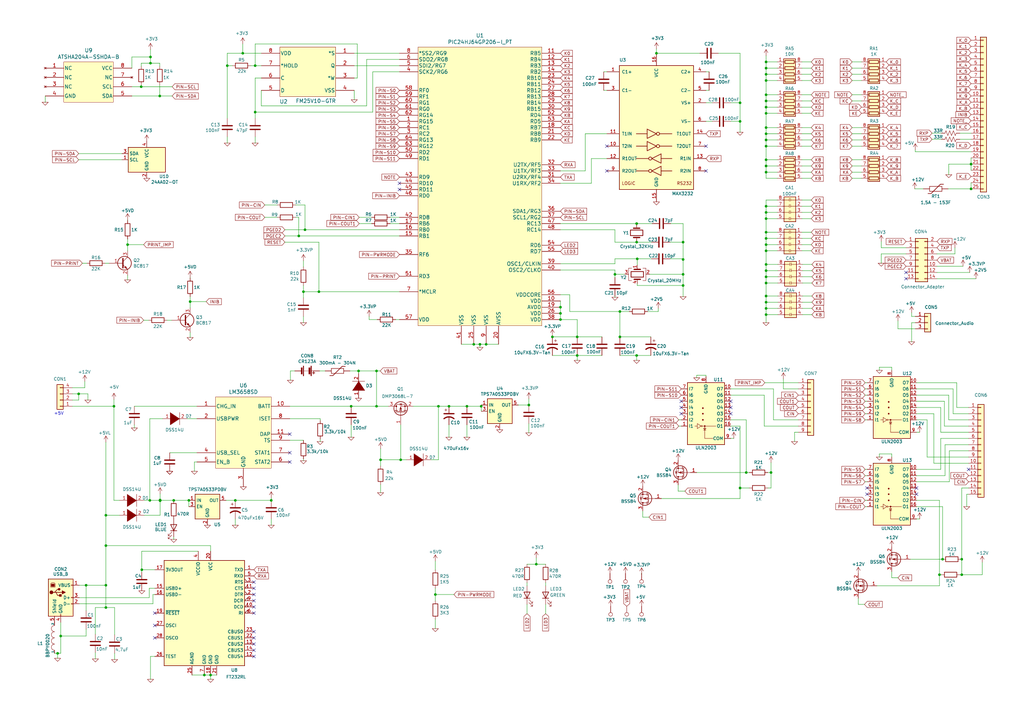
<source format=kicad_sch>
(kicad_sch (version 20211123) (generator eeschema)
  (paper "A3")
  (junction (at 23.622 267.97))
  (junction (at 314.198 116.078))
  (junction (at 314.198 46.482))
  (junction (at 199.39 141.224))
  (junction (at 303.53 42.164))
  (junction (at 314.198 102.87))
  (junction (at 269.24 21.844))
  (junction (at 43.434 211.328))
  (junction (at 219.964 231.394))
  (junction (at 314.198 129.032))
  (junction (at 43.434 249.174))
  (junction (at 226.568 138.176))
  (junction (at 252.222 112.522))
  (junction (at 61.722 25.908))
  (junction (at 314.198 52.324))
  (junction (at 43.434 240.03))
  (junction (at 280.162 117.094))
  (junction (at 196.85 141.224))
  (junction (at 314.198 70.612))
  (junction (at 236.728 138.176))
  (junction (at 71.247 205.232))
  (junction (at 314.198 43.942))
  (junction (at 164.338 188.595))
  (junction (at 316.23 193.802))
  (junction (at 314.198 65.532))
  (junction (at 179.832 166.624))
  (junction (at 61.722 23.368))
  (junction (at 93.218 26.924))
  (junction (at 99.568 21.844))
  (junction (at 197.358 166.624))
  (junction (at 314.198 30.48))
  (junction (at 96.52 205.232))
  (junction (at 314.198 126.492))
  (junction (at 261.112 99.314))
  (junction (at 24.892 260.858))
  (junction (at 261.112 145.796))
  (junction (at 194.31 141.224))
  (junction (at 280.162 99.314))
  (junction (at 386.588 229.362))
  (junction (at 314.198 27.94))
  (junction (at 43.434 223.774))
  (junction (at 314.198 121.412))
  (junction (at 130.81 119.634))
  (junction (at 394.462 235.712))
  (junction (at 144.018 166.624))
  (junction (at 314.198 95.25))
  (junction (at 65.659 205.105))
  (junction (at 280.162 112.522))
  (junction (at 32.258 161.544))
  (junction (at 306.07 193.802))
  (junction (at 314.198 87.122))
  (junction (at 35.306 240.03))
  (junction (at 65.659 205.232))
  (junction (at 57.912 35.56))
  (junction (at 314.198 113.538))
  (junction (at 77.47 205.232))
  (junction (at 314.198 110.998))
  (junction (at 124.46 119.634))
  (junction (at 86.36 276.86))
  (junction (at 314.198 38.862))
  (junction (at 385.318 235.712))
  (junction (at 314.198 68.072))
  (junction (at 314.198 59.944))
  (junction (at 261.366 106.172))
  (junction (at 229.87 128.524))
  (junction (at 65.532 39.37))
  (junction (at 254.254 127.762))
  (junction (at 229.87 125.984))
  (junction (at 46.736 166.624))
  (junction (at 236.728 145.796))
  (junction (at 314.198 97.79))
  (junction (at 314.198 108.458))
  (junction (at 154.432 166.624))
  (junction (at 314.198 33.02))
  (junction (at 154.432 152.146))
  (junction (at 261.112 91.694))
  (junction (at 314.198 41.402))
  (junction (at 254.254 138.176))
  (junction (at 191.516 166.624))
  (junction (at 125.095 94.234))
  (junction (at 58.166 233.68))
  (junction (at 314.198 89.662))
  (junction (at 104.648 26.924))
  (junction (at 314.198 54.864))
  (junction (at 178.562 243.84))
  (junction (at 122.555 96.774))
  (junction (at 216.916 166.116))
  (junction (at 104.648 45.974))
  (junction (at 314.198 25.4))
  (junction (at 184.15 166.624))
  (junction (at 156.083 188.595))
  (junction (at 314.198 123.952))
  (junction (at 314.198 84.582))
  (junction (at 61.468 205.232))
  (junction (at 77.978 123.698))
  (junction (at 398.272 77.47))
  (junction (at 52.324 100.33))
  (junction (at 398.272 67.31))
  (junction (at 314.198 57.404))
  (junction (at 303.53 49.784))
  (junction (at 303.53 200.152))
  (junction (at 394.462 229.362))
  (junction (at 229.87 131.064))
  (junction (at 280.162 106.426))
  (junction (at 83.82 276.86))
  (junction (at 314.198 100.33))
  (junction (at 65.659 205.359))
  (junction (at 111.252 205.232))
  (junction (at 147.066 152.146))
  (no_connect (at 299.72 164.592))
  (no_connect (at 355.6 200.152))
  (no_connect (at 104.14 243.84))
  (no_connect (at 63.5 261.62))
  (no_connect (at 63.5 256.54))
  (no_connect (at 118.872 185.674))
  (no_connect (at 248.92 59.944))
  (no_connect (at 104.14 261.62))
  (no_connect (at 289.56 70.104))
  (no_connect (at 279.4 167.132))
  (no_connect (at 355.6 202.692))
  (no_connect (at 118.872 178.054))
  (no_connect (at 289.56 59.944))
  (no_connect (at 118.872 189.484))
  (no_connect (at 104.14 241.3))
  (no_connect (at 299.72 167.132))
  (no_connect (at 279.4 169.672))
  (no_connect (at 397.256 192.532))
  (no_connect (at 63.5 251.46))
  (no_connect (at 163.83 75.184))
  (no_connect (at 104.14 264.16))
  (no_connect (at 104.14 269.24))
  (no_connect (at 104.14 266.7))
  (no_connect (at 371.602 111.76))
  (no_connect (at 371.602 114.3))
  (no_connect (at 104.14 259.08))
  (no_connect (at 299.72 169.672))
  (no_connect (at 163.83 77.724))
  (no_connect (at 279.4 164.592))
  (no_connect (at 104.14 238.76))
  (no_connect (at 104.14 251.46))
  (no_connect (at 104.14 248.92))
  (no_connect (at 104.14 246.38))
  (no_connect (at 375.92 200.152))
  (no_connect (at 248.92 70.104))
  (no_connect (at 375.92 202.692))
  (wire (pts (xy 314.198 113.538) (xy 314.198 116.078)))
  (wire (pts (xy 360.68 186.182) (xy 365.76 186.182)))
  (wire (pts (xy 131.318 172.466) (xy 131.318 171.704)))
  (wire (pts (xy 329.184 110.998) (xy 332.994 110.998)))
  (wire (pts (xy 373.888 129.794) (xy 375.412 129.794)))
  (wire (pts (xy 124.46 122.174) (xy 124.46 119.634)))
  (wire (pts (xy 314.198 116.078) (xy 314.198 121.412)))
  (wire (pts (xy 314.198 59.944) (xy 318.77 59.944)))
  (wire (pts (xy 314.198 46.482) (xy 318.77 46.482)))
  (wire (pts (xy 252.222 112.522) (xy 256.286 112.522)))
  (wire (pts (xy 226.568 138.176) (xy 236.728 138.176)))
  (wire (pts (xy 375.412 132.334) (xy 373.888 132.334)))
  (wire (pts (xy 57.912 25.908) (xy 57.912 27.178)))
  (wire (pts (xy 386.588 207.772) (xy 386.588 229.362)))
  (wire (pts (xy 121.285 89.154) (xy 122.555 89.154)))
  (wire (pts (xy 317.246 172.212) (xy 327.406 172.212)))
  (wire (pts (xy 388.874 77.47) (xy 398.272 77.47)))
  (wire (pts (xy 116.84 99.314) (xy 130.81 99.314)))
  (wire (pts (xy 130.81 99.314) (xy 130.81 119.634)))
  (wire (pts (xy 55.118 166.624) (xy 80.772 166.624)))
  (wire (pts (xy 314.198 41.402) (xy 318.77 41.402)))
  (wire (pts (xy 226.568 145.796) (xy 236.728 145.796)))
  (wire (pts (xy 57.912 25.908) (xy 61.722 25.908)))
  (wire (pts (xy 392.43 167.132) (xy 397.256 167.132)))
  (wire (pts (xy 124.46 132.334) (xy 124.46 129.794)))
  (wire (pts (xy 236.728 131.064) (xy 236.728 138.176)))
  (wire (pts (xy 289.56 49.784) (xy 292.1 49.784)))
  (wire (pts (xy 43.434 223.774) (xy 86.36 223.774)))
  (wire (pts (xy 353.314 59.944) (xy 349.504 59.944)))
  (wire (pts (xy 314.198 84.582) (xy 314.198 87.122)))
  (wire (pts (xy 104.648 32.004) (xy 107.188 32.004)))
  (wire (pts (xy 327.406 156.972) (xy 313.69 156.972)))
  (wire (pts (xy 294.64 21.844) (xy 303.53 21.844)))
  (wire (pts (xy 43.434 181.356) (xy 43.434 211.328)))
  (wire (pts (xy 266.446 112.522) (xy 280.162 112.522)))
  (wire (pts (xy 355.6 159.512) (xy 354.838 159.512)))
  (wire (pts (xy 328.93 59.944) (xy 332.74 59.944)))
  (wire (pts (xy 146.558 18.034) (xy 104.648 18.034)))
  (wire (pts (xy 314.198 68.072) (xy 318.77 68.072)))
  (wire (pts (xy 328.93 30.48) (xy 332.74 30.48)))
  (wire (pts (xy 397.256 179.832) (xy 385.826 179.832)))
  (wire (pts (xy 375.412 61.468) (xy 375.412 62.23)))
  (wire (pts (xy 39.116 267.716) (xy 39.116 270.256)))
  (wire (pts (xy 355.6 205.232) (xy 354.838 205.232)))
  (wire (pts (xy 314.198 65.532) (xy 318.77 65.532)))
  (wire (pts (xy 61.468 171.704) (xy 61.468 205.232)))
  (wire (pts (xy 303.53 174.752) (xy 303.53 200.152)))
  (wire (pts (xy 178.562 243.84) (xy 178.562 241.3)))
  (wire (pts (xy 99.568 21.844) (xy 99.568 18.034)))
  (wire (pts (xy 65.659 205.359) (xy 65.659 205.232)))
  (wire (pts (xy 178.562 230.124) (xy 178.562 233.68)))
  (wire (pts (xy 314.198 100.33) (xy 318.77 100.33)))
  (wire (pts (xy 361.442 101.6) (xy 361.442 99.06)))
  (wire (pts (xy 355.6 207.772) (xy 354.838 207.772)))
  (wire (pts (xy 299.72 42.164) (xy 303.53 42.164)))
  (wire (pts (xy 314.198 22.86) (xy 314.198 25.4)))
  (wire (pts (xy 216.154 240.284) (xy 216.154 239.014)))
  (wire (pts (xy 269.24 21.844) (xy 287.02 21.844)))
  (wire (pts (xy 377.19 177.292) (xy 375.92 177.292)))
  (wire (pts (xy 61.722 269.24) (xy 61.722 278.638)))
  (wire (pts (xy 22.352 267.97) (xy 23.622 267.97)))
  (wire (pts (xy 353.314 25.4) (xy 349.504 25.4)))
  (wire (pts (xy 303.53 49.784) (xy 303.53 42.164)))
  (wire (pts (xy 39.116 260.096) (xy 39.116 249.174)))
  (wire (pts (xy 280.162 99.314) (xy 280.162 106.426)))
  (wire (pts (xy 375.92 192.532) (xy 385.826 192.532)))
  (wire (pts (xy 314.198 70.612) (xy 318.77 70.612)))
  (wire (pts (xy 107.188 43.434) (xy 107.188 37.084)))
  (wire (pts (xy 104.648 45.974) (xy 104.648 32.004)))
  (wire (pts (xy 261.366 117.094) (xy 280.162 117.094)))
  (wire (pts (xy 261.112 147.828) (xy 261.112 145.796)))
  (wire (pts (xy 32.512 240.03) (xy 35.306 240.03)))
  (wire (pts (xy 332.74 41.402) (xy 328.93 41.402)))
  (wire (pts (xy 314.198 129.032) (xy 319.024 129.032)))
  (wire (pts (xy 70.358 131.318) (xy 68.58 131.318)))
  (wire (pts (xy 229.87 108.204) (xy 252.222 108.204)))
  (wire (pts (xy 184.15 179.324) (xy 184.15 174.244)))
  (wire (pts (xy 392.43 156.972) (xy 375.92 156.972)))
  (wire (pts (xy 93.218 26.924) (xy 93.218 48.514)))
  (wire (pts (xy 52.324 102.87) (xy 52.324 100.33)))
  (wire (pts (xy 280.162 112.522) (xy 280.162 117.094)))
  (wire (pts (xy 352.044 247.904) (xy 352.044 245.364)))
  (wire (pts (xy 60.96 131.318) (xy 58.928 131.318)))
  (wire (pts (xy 328.93 57.404) (xy 332.74 57.404)))
  (wire (pts (xy 314.198 102.87) (xy 318.77 102.87)))
  (wire (pts (xy 104.648 48.514) (xy 104.648 45.974)))
  (wire (pts (xy 314.198 52.324) (xy 318.77 52.324)))
  (wire (pts (xy 314.198 46.482) (xy 314.198 52.324)))
  (wire (pts (xy 314.198 110.998) (xy 319.024 110.998)))
  (wire (pts (xy 314.198 121.412) (xy 319.024 121.412)))
  (wire (pts (xy 314.96 200.152) (xy 316.23 200.152)))
  (wire (pts (xy 275.082 91.694) (xy 280.162 91.694)))
  (wire (pts (xy 349.504 41.402) (xy 353.314 41.402)))
  (wire (pts (xy 314.198 27.94) (xy 314.198 30.48)))
  (wire (pts (xy 353.314 30.48) (xy 349.504 30.48)))
  (wire (pts (xy 69.596 185.674) (xy 80.772 185.674)))
  (wire (pts (xy 355.6 156.972) (xy 354.838 156.972)))
  (wire (pts (xy 131.318 180.086) (xy 131.318 181.102)))
  (wire (pts (xy 384.302 104.14) (xy 391.668 104.14)))
  (wire (pts (xy 314.198 95.25) (xy 318.77 95.25)))
  (wire (pts (xy 261.112 145.796) (xy 266.954 145.796)))
  (wire (pts (xy 29.718 164.084) (xy 32.258 164.084)))
  (wire (pts (xy 314.198 129.032) (xy 314.198 132.334)))
  (wire (pts (xy 229.87 120.904) (xy 233.68 120.904)))
  (wire (pts (xy 36.068 161.544) (xy 36.068 164.084)))
  (wire (pts (xy 61.722 25.908) (xy 65.532 25.908)))
  (wire (pts (xy 314.198 84.582) (xy 318.77 84.582)))
  (wire (pts (xy 229.87 110.744) (xy 252.222 110.744)))
  (wire (pts (xy 23.622 267.97) (xy 23.622 270.002)))
  (wire (pts (xy 389.128 162.052) (xy 375.92 162.052)))
  (wire (pts (xy 86.36 276.86) (xy 88.9 276.86)))
  (wire (pts (xy 131.064 152.146) (xy 133.35 152.146)))
  (wire (pts (xy 44.704 107.95) (xy 43.18 107.95)))
  (wire (pts (xy 321.31 155.448) (xy 321.31 159.512)))
  (wire (pts (xy 194.31 141.224) (xy 196.85 141.224)))
  (wire (pts (xy 178.562 246.38) (xy 178.562 243.84)))
  (wire (pts (xy 65.532 25.908) (xy 65.532 27.178)))
  (wire (pts (xy 384.302 109.22) (xy 394.97 109.22)))
  (wire (pts (xy 285.75 154.94) (xy 285.75 153.924)))
  (wire (pts (xy 328.93 27.94) (xy 332.74 27.94)))
  (wire (pts (xy 280.162 91.694) (xy 280.162 99.314)))
  (wire (pts (xy 58.166 233.68) (xy 58.166 234.696)))
  (wire (pts (xy 104.648 58.674) (xy 104.648 56.134)))
  (wire (pts (xy 265.684 127.762) (xy 270.002 127.762)))
  (wire (pts (xy 242.57 65.024) (xy 248.92 65.024)))
  (wire (pts (xy 355.6 164.592) (xy 354.838 164.592)))
  (wire (pts (xy 353.314 70.612) (xy 349.504 70.612)))
  (wire (pts (xy 280.162 106.426) (xy 280.162 112.522)))
  (wire (pts (xy 95.25 26.924) (xy 93.218 26.924)))
  (wire (pts (xy 54.102 39.37) (xy 65.532 39.37)))
  (wire (pts (xy 223.774 251.714) (xy 223.774 247.904)))
  (wire (pts (xy 71.247 212.598) (xy 71.247 212.852)))
  (wire (pts (xy 314.198 27.94) (xy 318.77 27.94)))
  (wire (pts (xy 329.184 123.952) (xy 332.994 123.952)))
  (wire (pts (xy 360.68 187.452) (xy 360.68 186.182)))
  (wire (pts (xy 24.892 260.858) (xy 24.892 267.97)))
  (wire (pts (xy 229.87 75.184) (xy 242.57 75.184)))
  (wire (pts (xy 77.978 126.238) (xy 77.978 123.698)))
  (wire (pts (xy 328.93 68.072) (xy 332.74 68.072)))
  (wire (pts (xy 23.622 267.97) (xy 24.892 267.97)))
  (wire (pts (xy 321.31 159.512) (xy 327.406 159.512)))
  (wire (pts (xy 332.74 43.942) (xy 328.93 43.942)))
  (wire (pts (xy 229.87 131.064) (xy 236.728 131.064)))
  (wire (pts (xy 390.906 159.512) (xy 390.906 169.672)))
  (wire (pts (xy 285.75 153.924) (xy 289.56 153.924)))
  (wire (pts (xy 314.198 43.942) (xy 318.77 43.942)))
  (wire (pts (xy 314.198 97.79) (xy 314.198 100.33)))
  (wire (pts (xy 147.32 91.694) (xy 152.4 91.694)))
  (wire (pts (xy 274.828 106.172) (xy 280.416 106.172)))
  (wire (pts (xy 99.568 21.844) (xy 93.218 21.844)))
  (wire (pts (xy 163.83 26.924) (xy 145.288 26.924)))
  (wire (pts (xy 145.288 40.894) (xy 145.288 37.084)))
  (wire (pts (xy 46.99 267.97) (xy 46.99 270.51)))
  (wire (pts (xy 196.85 141.224) (xy 199.39 141.224)))
  (wire (pts (xy 385.318 235.712) (xy 386.08 235.712)))
  (wire (pts (xy 252.222 121.92) (xy 252.222 121.412)))
  (wire (pts (xy 389.128 172.212) (xy 397.256 172.212)))
  (wire (pts (xy 252.222 99.314) (xy 261.112 99.314)))
  (wire (pts (xy 327.406 177.292) (xy 325.882 177.292)))
  (wire (pts (xy 373.888 128.27) (xy 373.888 129.794)))
  (wire (pts (xy 365.76 150.622) (xy 365.76 151.892)))
  (wire (pts (xy 269.24 20.066) (xy 269.24 21.844)))
  (wire (pts (xy 54.102 35.56) (xy 57.912 35.56)))
  (wire (pts (xy 299.72 159.512) (xy 317.246 159.512)))
  (wire (pts (xy 263.144 235.204) (xy 263.144 235.458)))
  (wire (pts (xy 65.532 34.798) (xy 65.532 39.37)))
  (wire (pts (xy 332.74 100.33) (xy 328.93 100.33)))
  (wire (pts (xy 392.43 156.972) (xy 392.43 167.132)))
  (wire (pts (xy 289.56 29.464) (xy 290.83 29.464)))
  (wire (pts (xy 314.198 43.942) (xy 314.198 46.482)))
  (wire (pts (xy 121.285 84.074) (xy 125.095 84.074)))
  (wire (pts (xy 382.27 54.61) (xy 386.08 54.61)))
  (wire (pts (xy 43.434 249.174) (xy 46.99 249.174)))
  (wire (pts (xy 99.568 21.844) (xy 107.188 21.844)))
  (wire (pts (xy 314.198 97.79) (xy 318.77 97.79)))
  (wire (pts (xy 314.198 65.532) (xy 314.198 68.072)))
  (wire (pts (xy 143.51 152.146) (xy 147.066 152.146)))
  (wire (pts (xy 76.835 171.704) (xy 80.772 171.704)))
  (wire (pts (xy 353.314 68.072) (xy 349.504 68.072)))
  (wire (pts (xy 229.87 128.524) (xy 229.87 131.064)))
  (wire (pts (xy 59.182 205.232) (xy 61.468 205.232)))
  (wire (pts (xy 355.6 192.532) (xy 354.838 192.532)))
  (wire (pts (xy 328.93 33.02) (xy 332.74 33.02)))
  (wire (pts (xy 307.34 193.802) (xy 306.07 193.802)))
  (wire (pts (xy 58.166 226.06) (xy 58.166 233.68)))
  (wire (pts (xy 332.74 102.87) (xy 328.93 102.87)))
  (wire (pts (xy 397.256 187.452) (xy 380.238 187.452)))
  (wire (pts (xy 86.36 223.774) (xy 86.36 226.06)))
  (wire (pts (xy 313.436 174.752) (xy 327.406 174.752)))
  (wire (pts (xy 365.76 186.182) (xy 365.76 187.452)))
  (wire (pts (xy 329.184 108.458) (xy 332.994 108.458)))
  (wire (pts (xy 154.432 166.624) (xy 159.258 166.624)))
  (wire (pts (xy 289.56 37.084) (xy 290.83 37.084)))
  (wire (pts (xy 152.908 45.974) (xy 152.908 29.464)))
  (wire (pts (xy 18.542 41.91) (xy 18.542 39.37)))
  (wire (pts (xy 375.92 195.072) (xy 387.604 195.072)))
  (wire (pts (xy 332.74 97.79) (xy 328.93 97.79)))
  (wire (pts (xy 55.118 174.244) (xy 55.118 175.514)))
  (wire (pts (xy 252.222 94.234) (xy 252.222 99.314)))
  (wire (pts (xy 385.826 179.832) (xy 385.826 192.532)))
  (wire (pts (xy 65.659 205.232) (xy 65.659 205.105)))
  (wire (pts (xy 314.198 123.952) (xy 319.024 123.952)))
  (wire (pts (xy 375.92 207.772) (xy 386.588 207.772)))
  (wire (pts (xy 314.198 95.25) (xy 314.198 97.79)))
  (wire (pts (xy 314.198 54.864) (xy 318.77 54.864)))
  (wire (pts (xy 314.198 87.122) (xy 314.198 89.662)))
  (wire (pts (xy 389.382 197.612) (xy 375.92 197.612)))
  (wire (pts (xy 66.675 171.704) (xy 61.468 171.704)))
  (wire (pts (xy 147.32 89.154) (xy 152.4 89.154)))
  (wire (pts (xy 116.84 96.774) (xy 122.555 96.774)))
  (wire (pts (xy 314.96 193.802) (xy 316.23 193.802)))
  (wire (pts (xy 314.198 38.862) (xy 318.77 38.862)))
  (wire (pts (xy 199.39 141.224) (xy 204.47 141.224)))
  (wire (pts (xy 29.718 159.004) (xy 34.798 159.004)))
  (wire (pts (xy 54.102 23.368) (xy 61.722 23.368)))
  (wire (pts (xy 328.93 25.4) (xy 332.74 25.4)))
  (wire (pts (xy 34.798 159.004) (xy 34.798 156.464)))
  (wire (pts (xy 314.198 126.492) (xy 319.024 126.492)))
  (wire (pts (xy 332.74 46.482) (xy 328.93 46.482)))
  (wire (pts (xy 361.442 107.95) (xy 361.442 104.14)))
  (wire (pts (xy 29.718 161.544) (xy 32.258 161.544)))
  (wire (pts (xy 191.516 166.624) (xy 197.358 166.624)))
  (wire (pts (xy 79.756 189.484) (xy 79.756 193.294)))
  (wire (pts (xy 314.198 57.404) (xy 318.77 57.404)))
  (wire (pts (xy 328.93 89.662) (xy 332.74 89.662)))
  (wire (pts (xy 332.74 38.862) (xy 328.93 38.862)))
  (wire (pts (xy 314.198 123.952) (xy 314.198 126.492)))
  (wire (pts (xy 151.384 131.064) (xy 151.384 129.794)))
  (wire (pts (xy 314.198 38.862) (xy 314.198 41.402)))
  (wire (pts (xy 280.924 201.422) (xy 278.13 201.422)))
  (wire (pts (xy 380.238 187.452) (xy 380.238 172.212)))
  (wire (pts (xy 394.462 229.362) (xy 394.462 235.712)))
  (wire (pts (xy 314.198 126.492) (xy 314.198 129.032)))
  (wire (pts (xy 63.5 241.3) (xy 61.214 241.3)))
  (wire (pts (xy 314.198 116.078) (xy 319.024 116.078)))
  (wire (pts (xy 361.442 104.14) (xy 371.602 104.14)))
  (wire (pts (xy 43.434 249.174) (xy 43.434 240.03)))
  (wire (pts (xy 274.828 99.314) (xy 280.162 99.314)))
  (wire (pts (xy 122.555 96.774) (xy 163.83 96.774)))
  (wire (pts (xy 328.93 73.152) (xy 332.74 73.152)))
  (wire (pts (xy 375.158 77.47) (xy 378.714 77.47)))
  (wire (pts (xy 61.722 23.368) (xy 61.722 25.908)))
  (wire (pts (xy 373.888 140.208) (xy 373.888 132.334)))
  (wire (pts (xy 216.154 251.714) (xy 216.154 247.904)))
  (wire (pts (xy 154.432 152.146) (xy 155.956 152.146)))
  (wire (pts (xy 229.87 125.984) (xy 229.87 128.524)))
  (wire (pts (xy 313.436 162.052) (xy 313.436 174.752)))
  (wire (pts (xy 314.198 41.402) (xy 314.198 43.942)))
  (wire (pts (xy 240.03 54.864) (xy 240.03 70.104)))
  (wire (pts (xy 375.92 164.592) (xy 387.35 164.592)))
  (wire (pts (xy 81.28 226.06) (xy 58.166 226.06)))
  (wire (pts (xy 329.184 116.078) (xy 332.994 116.078)))
  (wire (pts (xy 248.92 37.084) (xy 247.65 37.084)))
  (wire (pts (xy 385.826 167.132) (xy 385.826 177.292)))
  (wire (pts (xy 254.254 127.762) (xy 254.254 138.176)))
  (wire (pts (xy 353.314 65.532) (xy 349.504 65.532)))
  (wire (pts (xy 261.366 106.172) (xy 267.208 106.172)))
  (wire (pts (xy 375.92 169.672) (xy 383.032 169.672)))
  (wire (pts (xy 279.4 174.752) (xy 278.384 174.752)))
  (wire (pts (xy 32.258 65.532) (xy 50.038 65.532)))
  (wire (pts (xy 80.772 189.484) (xy 79.756 189.484)))
  (wire (pts (xy 314.198 70.612) (xy 314.198 73.152)))
  (wire (pts (xy 197.358 166.624) (xy 197.358 168.656)))
  (wire (pts (xy 360.68 151.892) (xy 360.68 150.622)))
  (wire (pts (xy 353.314 38.862) (xy 349.504 38.862)))
  (wire (pts (xy 24.892 255.27) (xy 24.892 260.858)))
  (wire (pts (xy 266.954 138.176) (xy 254.254 138.176)))
  (wire (pts (xy 386.588 229.362) (xy 373.38 229.362)))
  (wire (pts (xy 314.198 82.042) (xy 314.198 84.582)))
  (wire (pts (xy 104.648 18.034) (xy 104.648 26.924)))
  (wire (pts (xy 377.19 212.852) (xy 375.92 212.852)))
  (wire (pts (xy 93.218 21.844) (xy 93.218 26.924)))
  (wire (pts (xy 314.198 113.538) (xy 319.024 113.538)))
  (wire (pts (xy 86.36 276.86) (xy 86.36 278.638)))
  (wire (pts (xy 236.728 145.796) (xy 236.728 147.828)))
  (wire (pts (xy 118.872 166.624) (xy 144.018 166.624)))
  (wire (pts (xy 252.222 113.792) (xy 252.222 112.522)))
  (wire (pts (xy 46.736 166.624) (xy 46.736 205.232)))
  (wire (pts (xy 65.532 39.37) (xy 70.612 39.37)))
  (wire (pts (xy 65.659 205.359) (xy 65.659 211.328)))
  (wire (pts (xy 383.032 189.992) (xy 397.256 189.992)))
  (wire (pts (xy 124.46 188.976) (xy 124.46 188.214)))
  (wire (pts (xy 32.258 161.544) (xy 36.068 161.544)))
  (wire (pts (xy 261.366 116.332) (xy 261.366 117.094)))
  (wire (pts (xy 278.13 201.422) (xy 278.13 198.882)))
  (wire (pts (xy 160.02 89.154) (xy 163.83 89.154)))
  (wire (pts (xy 390.906 169.672) (xy 397.256 169.672)))
  (wire (pts (xy 360.68 150.622) (xy 365.76 150.622)))
  (wire (pts (xy 46.736 205.232) (xy 49.022 205.232)))
  (wire (pts (xy 355.6 169.672) (xy 354.838 169.672)))
  (wire (pts (xy 156.083 188.595) (xy 156.083 191.135)))
  (wire (pts (xy 178.562 243.84) (xy 186.182 243.84)))
  (wire (pts (xy 332.74 95.25) (xy 328.93 95.25)))
  (wire (pts (xy 314.198 33.02) (xy 314.198 38.862)))
  (wire (pts (xy 233.68 127.762) (xy 233.68 120.904)))
  (wire (pts (xy 355.6 197.612) (xy 354.838 197.612)))
  (wire (pts (xy 61.468 205.232) (xy 65.659 205.232)))
  (wire (pts (xy 54.102 27.94) (xy 54.102 23.368)))
  (wire (pts (xy 124.46 119.634) (xy 124.46 117.094)))
  (wire (pts (xy 328.93 54.864) (xy 332.74 54.864)))
  (wire (pts (xy 391.668 101.6) (xy 391.668 104.14)))
  (wire (pts (xy 387.604 182.372) (xy 397.256 182.372)))
  (wire (pts (xy 144.018 166.624) (xy 154.432 166.624)))
  (wire (pts (xy 176.784 188.595) (xy 179.832 188.595)))
  (wire (pts (xy 150.368 24.384) (xy 150.368 43.434)))
  (wire (pts (xy 397.256 184.912) (xy 389.382 184.912)))
  (wire (pts (xy 147.066 152.146) (xy 154.432 152.146)))
  (wire (pts (xy 122.555 89.154) (xy 122.555 96.774)))
  (wire (pts (xy 261.366 106.172) (xy 252.222 106.172)))
  (wire (pts (xy 52.324 100.33) (xy 58.928 100.33)))
  (wire (pts (xy 35.306 240.03) (xy 43.434 240.03)))
  (wire (pts (xy 146.558 32.004) (xy 146.558 18.034)))
  (wire (pts (xy 389.128 67.31) (xy 389.128 71.628)))
  (wire (pts (xy 383.032 169.672) (xy 383.032 189.992)))
  (wire (pts (xy 361.442 101.6) (xy 371.602 101.6)))
  (wire (pts (xy 375.92 205.232) (xy 385.318 205.232)))
  (wire (pts (xy 236.728 145.796) (xy 246.888 145.796)))
  (wire (pts (xy 394.462 200.152) (xy 394.462 229.362)))
  (wire (pts (xy 63.5 269.24) (xy 61.722 269.24)))
  (wire (pts (xy 43.434 223.774) (xy 43.434 240.03)))
  (wire (pts (xy 382.27 57.15) (xy 386.08 57.15)))
  (wire (pts (xy 216.916 173.736) (xy 216.916 177.546)))
  (wire (pts (xy 329.184 113.538) (xy 332.994 113.538)))
  (wire (pts (xy 385.318 240.284) (xy 385.318 235.712)))
  (wire (pts (xy 316.23 193.802) (xy 316.23 200.152)))
  (wire (pts (xy 387.35 174.752) (xy 397.256 174.752)))
  (wire (pts (xy 233.68 127.762) (xy 254.254 127.762)))
  (wire (pts (xy 223.774 240.284) (xy 223.774 239.014)))
  (wire (pts (xy 314.198 30.48) (xy 314.198 33.02)))
  (wire (pts (xy 375.92 159.512) (xy 390.906 159.512)))
  (wire (pts (xy 93.218 58.674) (xy 93.218 56.134)))
  (wire (pts (xy 300.99 179.832) (xy 299.72 179.832)))
  (wire (pts (xy 43.434 249.174) (xy 39.116 249.174)))
  (wire (pts (xy 77.978 121.666) (xy 77.978 123.698)))
  (wire (pts (xy 179.832 166.624) (xy 184.15 166.624)))
  (wire (pts (xy 303.53 200.152) (xy 307.34 200.152)))
  (wire (pts (xy 387.35 164.592) (xy 387.35 174.752)))
  (wire (pts (xy 252.222 106.172) (xy 252.222 108.204)))
  (wire (pts (xy 189.23 141.224) (xy 194.31 141.224)))
  (wire (pts (xy 65.659 205.232) (xy 71.247 205.232)))
  (wire (pts (xy 248.92 29.464) (xy 247.65 29.464)))
  (wire (pts (xy 353.314 73.152) (xy 349.504 73.152)))
  (wire (pts (xy 398.272 67.31) (xy 398.272 69.85)))
  (wire (pts (xy 35.306 258.064) (xy 35.306 260.858)))
  (wire (pts (xy 280.416 106.172) (xy 280.162 106.426)))
  (wire (pts (xy 35.306 240.03) (xy 35.306 250.444)))
  (wire (pts (xy 254.254 145.796) (xy 261.112 145.796)))
  (wire (pts (xy 52.324 114.808) (xy 52.324 113.03)))
  (wire (pts (xy 385.318 205.232) (xy 385.318 235.712)))
  (wire (pts (xy 314.198 25.4) (xy 314.198 27.94)))
  (wire (pts (xy 150.368 43.434) (xy 107.188 43.434)))
  (wire (pts (xy 314.198 89.662) (xy 314.198 95.25)))
  (wire (pts (xy 43.434 211.328) (xy 49.022 211.328)))
  (wire (pts (xy 299.72 172.212) (xy 306.07 172.212)))
  (wire (pts (xy 389.382 184.912) (xy 389.382 197.612)))
  (wire (pts (xy 163.83 24.384) (xy 150.368 24.384)))
  (wire (pts (xy 318.77 73.152) (xy 314.198 73.152)))
  (wire (pts (xy 314.198 100.33) (xy 314.198 102.87)))
  (wire (pts (xy 116.84 94.234) (xy 125.095 94.234)))
  (wire (pts (xy 216.916 166.116) (xy 212.598 166.116)))
  (wire (pts (xy 156.083 198.755) (xy 156.083 202.057)))
  (wire (pts (xy 240.03 54.864) (xy 248.92 54.864)))
  (wire (pts (xy 125.095 94.234) (xy 163.83 94.234)))
  (wire (pts (xy 263.652 212.09) (xy 263.652 209.55)))
  (wire (pts (xy 271.272 204.47) (xy 303.53 204.47)))
  (wire (pts (xy 402.844 235.712) (xy 402.844 230.632)))
  (wire (pts (xy 71.247 220.218) (xy 71.247 221.234)))
  (wire (pts (xy 355.6 167.132) (xy 354.838 167.132)))
  (wire (pts (xy 24.892 260.858) (xy 35.306 260.858)))
  (wire (pts (xy 306.07 172.212) (xy 306.07 193.802)))
  (wire (pts (xy 280.162 117.094) (xy 280.162 121.666)))
  (wire (pts (xy 328.93 82.042) (xy 332.74 82.042)))
  (wire (pts (xy 258.064 127.762) (xy 254.254 127.762)))
  (wire (pts (xy 279.4 172.212) (xy 278.384 172.212)))
  (wire (pts (xy 355.6 195.072) (xy 354.838 195.072)))
  (wire (pts (xy 394.462 235.712) (xy 402.844 235.712)))
  (wire (pts (xy 108.585 89.154) (xy 113.665 89.154)))
  (wire (pts (xy 365.76 236.982) (xy 365.76 234.442)))
  (wire (pts (xy 266.192 212.09) (xy 263.652 212.09)))
  (wire (pts (xy 270.002 126.492) (xy 270.002 127.762)))
  (wire (pts (xy 303.53 49.784) (xy 303.53 54.229)))
  (wire (pts (xy 164.338 174.244) (xy 164.338 188.595)))
  (wire (pts (xy 316.23 193.802) (xy 316.23 189.738)))
  (wire (pts (xy 216.916 166.116) (xy 216.916 163.576)))
  (wire (pts (xy 393.7 57.15) (xy 398.272 57.15)))
  (wire (pts (xy 394.462 200.152) (xy 397.256 200.152)))
  (wire (pts (xy 32.258 161.544) (xy 32.258 164.084)))
  (wire (pts (xy 178.562 257.81) (xy 178.562 254)))
  (wire (pts (xy 61.214 245.11) (xy 32.512 245.11)))
  (wire (pts (xy 236.728 138.176) (xy 246.888 138.176)))
  (wire (pts (xy 398.272 62.23) (xy 375.412 62.23)))
  (wire (pts (xy 152.908 45.974) (xy 104.648 45.974)))
  (wire (pts (xy 359.664 240.284) (xy 385.318 240.284)))
  (wire (pts (xy 314.198 33.02) (xy 318.77 33.02)))
  (wire (pts (xy 77.978 138.43) (xy 77.978 136.398)))
  (wire (pts (xy 384.302 114.3) (xy 400.304 114.3)))
  (wire (pts (xy 226.568 138.176) (xy 226.568 137.668)))
  (wire (pts (xy 154.686 131.064) (xy 151.384 131.064)))
  (wire (pts (xy 147.066 153.162) (xy 147.066 152.146)))
  (wire (pts (xy 184.15 166.624) (xy 191.516 166.624)))
  (wire (pts (xy 398.272 67.31) (xy 389.128 67.31)))
  (wire (pts (xy 77.47 205.232) (xy 77.47 207.772)))
  (wire (pts (xy 396.494 202.692) (xy 397.256 202.692)))
  (wire (pts (xy 314.198 25.4) (xy 318.77 25.4)))
  (wire (pts (xy 144.018 179.324) (xy 144.018 174.244)))
  (wire (pts (xy 299.72 162.052) (xy 313.436 162.052)))
  (wire (pts (xy 314.198 108.458) (xy 314.198 110.998)))
  (wire (pts (xy 353.314 57.404) (xy 349.504 57.404)))
  (wire (pts (xy 154.432 152.146) (xy 154.432 166.624)))
  (wire (pts (xy 63.5 233.68) (xy 58.166 233.68)))
  (wire (pts (xy 329.184 121.412) (xy 332.994 121.412)))
  (wire (pts (xy 303.53 200.152) (xy 303.53 204.47)))
  (wire (pts (xy 354.584 247.904) (xy 352.044 247.904)))
  (wire (pts (xy 145.288 32.004) (xy 146.558 32.004)))
  (wire (pts (xy 229.87 70.104) (xy 240.03 70.104)))
  (wire (pts (xy 394.462 229.362) (xy 394.208 229.362)))
  (wire (pts (xy 314.198 68.072) (xy 314.198 70.612)))
  (wire (pts (xy 229.87 91.694) (xy 261.112 91.694)))
  (wire (pts (xy 156.083 188.595) (xy 164.338 188.595)))
  (wire (pts (xy 77.978 113.792) (xy 77.978 114.046)))
  (wire (pts (xy 328.93 84.582) (xy 332.74 84.582)))
  (wire (pts (xy 306.07 193.802) (xy 285.75 193.802)))
  (wire (pts (xy 160.02 91.694) (xy 163.83 91.694)))
  (wire (pts (xy 289.56 153.924) (xy 289.56 154.432)))
  (wire (pts (xy 380.238 172.212) (xy 375.92 172.212)))
  (wire (pts (xy 107.188 26.924) (xy 104.648 26.924)))
  (wire (pts (xy 314.198 110.998) (xy 314.198 113.538)))
  (wire (pts (xy 261.366 108.712) (xy 261.366 106.172)))
  (wire (pts (xy 393.7 54.61) (xy 398.272 54.61)))
  (wire (pts (xy 119.126 152.146) (xy 119.126 155.956)))
  (wire (pts (xy 59.182 211.328) (xy 65.659 211.328)))
  (wire (pts (xy 163.83 29.464) (xy 152.908 29.464)))
  (wire (pts (xy 65.659 202.565) (xy 65.659 205.105)))
  (wire (pts (xy 77.978 123.698) (xy 84.582 123.698)))
  (wire (pts (xy 314.198 108.458) (xy 319.024 108.458)))
  (wire (pts (xy 108.585 84.074) (xy 113.665 84.074)))
  (wire (pts (xy 375.92 167.132) (xy 385.826 167.132)))
  (wire (pts (xy 355.6 162.052) (xy 354.838 162.052)))
  (wire (pts (xy 299.72 174.752) (xy 303.53 174.752)))
  (wire (pts (xy 384.302 111.76) (xy 397.764 111.76)))
  (wire (pts (xy 219.964 231.394) (xy 223.774 231.394)))
  (wire (pts (xy 111.252 212.852) (xy 111.252 215.392)))
  (wire (pts (xy 325.882 181.102) (xy 325.882 177.292)))
  (wire (pts (xy 314.198 54.864) (xy 314.198 57.404)))
  (wire (pts (xy 387.604 195.072) (xy 387.604 182.372)))
  (wire (pts (xy 33.782 107.95) (xy 35.56 107.95)))
  (wire (pts (xy 314.198 30.48) (xy 318.77 30.48)))
  (wire (pts (xy 328.93 87.122) (xy 332.74 87.122)))
  (wire (pts (xy 131.318 171.704) (xy 118.872 171.704)))
  (wire (pts (xy 314.198 57.404) (xy 314.198 59.944)))
  (wire (pts (xy 328.93 70.612) (xy 332.74 70.612)))
  (wire (pts (xy 156.083 184.023) (xy 156.083 188.595)))
  (wire (pts (xy 289.56 42.164) (xy 292.1 42.164)))
  (wire (pts (xy 169.418 166.624) (xy 179.832 166.624)))
  (wire (pts (xy 353.314 27.94) (xy 349.504 27.94)))
  (wire (pts (xy 191.516 174.244) (xy 191.516 179.324)))
  (wire (pts (xy 261.112 91.694) (xy 267.462 91.694)))
  (wire (pts (xy 229.87 123.444) (xy 229.87 125.984)))
  (wire (pts (xy 111.252 205.232) (xy 111.252 204.216)))
  (wire (pts (xy 299.72 49.784) (xy 303.53 49.784)))
  (wire (pts (xy 318.77 89.662) (xy 314.198 89.662)))
  (wire (pts (xy 52.324 98.044) (xy 52.324 100.33)))
  (wire (pts (xy 368.3 134.874) (xy 375.412 134.874)))
  (wire (pts (xy 92.71 205.232) (xy 96.52 205.232)))
  (wire (pts (xy 61.214 241.3) (xy 61.214 245.11)))
  (wire (pts (xy 179.832 166.624) (xy 179.832 188.595)))
  (wire (pts (xy 314.198 121.412) (xy 314.198 123.952)))
  (wire (pts (xy 303.53 21.844) (xy 303.53 42.164)))
  (wire (pts (xy 385.826 177.292) (xy 397.256 177.292)))
  (wire (pts (xy 216.154 231.394) (xy 219.964 231.394)))
  (wire (pts (xy 120.904 152.146) (xy 119.126 152.146)))
  (wire (pts (xy 102.87 26.924) (xy 104.648 26.924)))
  (wire (pts (xy 389.128 162.052) (xy 389.128 172.212)))
  (wire (pts (xy 29.718 166.624) (xy 46.736 166.624)))
  (wire (pts (xy 252.222 110.744) (xy 252.222 112.522)))
  (wire (pts (xy 353.314 54.864) (xy 349.504 54.864)))
  (wire (pts (xy 329.184 126.492) (xy 332.994 126.492)))
  (wire (pts (xy 130.81 119.634) (xy 163.83 119.634)))
  (wire (pts (xy 317.246 159.512) (xy 317.246 172.212)))
  (wire (pts (xy 61.722 20.32) (xy 61.722 23.368)))
  (wire (pts (xy 261.112 99.314) (xy 267.208 99.314)))
  (wire (pts (xy 71.247 205.232) (xy 77.47 205.232)))
  (wire (pts (xy 32.512 247.65) (xy 62.738 247.65)))
  (wire (pts (xy 328.93 52.324) (xy 332.74 52.324)))
  (wire (pts (xy 125.095 84.074) (xy 125.095 94.234)))
  (wire (pts (xy 32.258 62.992) (xy 50.038 62.992)))
  (wire (pts (xy 124.46 119.634) (xy 130.81 119.634)))
  (wire (pts (xy 124.46 180.594) (xy 118.872 180.594)))
  (wire (pts (xy 314.198 52.324) (xy 314.198 54.864)))
  (wire (pts (xy 329.184 129.032) (xy 332.994 129.032)))
  (wire (pts (xy 63.5 243.84) (xy 62.738 243.84)))
  (wire (pts (xy 318.77 82.042) (xy 314.198 82.042)))
  (wire (pts (xy 398.272 74.93) (xy 398.272 77.47)))
  (wire (pts (xy 398.272 64.77) (xy 398.272 67.31)))
  (wire (pts (xy 219.964 231.394) (xy 219.964 228.854)))
  (wire (pts (xy 318.77 87.122) (xy 314.198 87.122)))
  (wire (pts (xy 96.52 212.852) (xy 96.52 215.392)))
  (wire (pts (xy 162.306 131.064) (xy 163.83 131.064)))
  (wire (pts (xy 197.358 166.116) (xy 197.358 166.624)))
  (wire (pts (xy 314.198 59.944) (xy 314.198 65.532)))
  (wire (pts (xy 368.3 131.572) (xy 368.3 134.874)))
  (wire (pts (xy 164.338 188.595) (xy 166.624 188.595)))
  (wire (pts (xy 62.738 243.84) (xy 62.738 247.65)))
  (wire (pts (xy 52.324 90.17) (xy 52.324 90.424)))
  (wire (pts (xy 353.314 52.324) (xy 349.504 52.324)))
  (wire (pts (xy 242.57 65.024) (xy 242.57 75.184)))
  (wire (pts (xy 314.198 102.87) (xy 314.198 108.458)))
  (wire (pts (xy 229.87 94.234) (xy 252.222 94.234)))
  (wire (pts (xy 46.736 163.83) (xy 46.736 166.624)))
  (wire (pts (xy 124.46 109.474) (xy 124.46 106.934)))
  (wire (pts (xy 96.52 205.232) (xy 111.252 205.232)))
  (wire (pts (xy 46.99 249.174) (xy 46.99 260.35)))
  (wire (pts (xy 196.85 141.224) (xy 196.85 142.494)))
  (wire (pts (xy 396.494 207.772) (xy 396.494 202.692)))
  (wire (pts (xy 57.912 35.56) (xy 70.612 35.56)))
  (wire (pts (xy 328.93 65.532) (xy 332.74 65.532)))
  (wire (pts (xy 43.434 211.328) (xy 43.434 223.774)))
  (wire (pts (xy 83.82 276.86) (xy 86.36 276.86)))
  (wire (pts (xy 368.3 236.982) (xy 365.76 236.982)))
  (wire (pts (xy 78.74 276.86) (xy 83.82 276.86)))
  (wire (pts (xy 57.912 34.798) (xy 57.912 35.56)))
  (wire (pts (xy 353.314 33.02) (xy 349.504 33.02)))
  (wire (pts (xy 163.83 21.844) (xy 145.288 21.844)))
  (wire (pts (xy 355.6 172.212) (xy 354.838 172.212)))
  (wire (pts (xy 393.7 235.712) (xy 394.462 235.712)))
  (text "+5V" (at 22.098 170.434 0) (effects (font (size 1.27 1.27)) (justify left bottom)))
  (global_label "RXA" (shape input) (at 104.14 236.22 0) (property "Intersheet References" "${INTERSHEET_REFS}" (effects hide)))
  (global_label "KE" (shape input) (at 332.74 102.87 0) (property "Intersheet References" "${INTERSHEET_REFS}" (effects hide)))
  (global_label "K6" (shape input) (at 332.74 57.404 0) (property "Intersheet References" "${INTERSHEET_REFS}" (effects hide)))
  (global_label "K7" (shape input) (at 349.504 59.944 180) (property "Intersheet References" "${INTERSHEET_REFS}" (effects hide)))
  (global_label "KB" (shape input) (at 332.74 73.152 0) (property "Intersheet References" "${INTERSHEET_REFS}" (effects hide)))
  (global_label "K_0" (shape input) (at 363.474 25.4 0) (property "Intersheet References" "${INTERSHEET_REFS}" (effects hide)))
  (global_label "PIN-S5" (shape input) (at 163.83 49.784 180) (property "Intersheet References" "${INTERSHEET_REFS}" (effects hide)))
  (global_label "K_E" (shape input) (at 398.272 72.39 180) (property "Intersheet References" "${INTERSHEET_REFS}" (effects hide)))
  (global_label "K_6" (shape input) (at 363.474 57.404 0) (property "Intersheet References" "${INTERSHEET_REFS}" (effects hide)))
  (global_label "COUT1" (shape input) (at 327.406 164.592 180) (property "Intersheet References" "${INTERSHEET_REFS}" (effects hide)))
  (global_label "PIN-S9" (shape input) (at 354.838 169.672 180) (property "Intersheet References" "${INTERSHEET_REFS}" (effects hide)))
  (global_label "VBAT" (shape input) (at 257.048 248.666 90) (property "Intersheet References" "${INTERSHEET_REFS}" (effects hide)))
  (global_label "K_C" (shape input) (at 398.272 52.07 180) (property "Intersheet References" "${INTERSHEET_REFS}" (effects hide)))
  (global_label "PIN-COUT" (shape input) (at 108.585 89.154 180) (property "Intersheet References" "${INTERSHEET_REFS}" (effects hide)))
  (global_label "PIN-PRINT" (shape input) (at 33.782 107.95 180) (property "Intersheet References" "${INTERSHEET_REFS}" (effects hide)))
  (global_label "K9" (shape input) (at 332.994 123.952 0) (property "Intersheet References" "${INTERSHEET_REFS}" (effects hide)))
  (global_label "KD" (shape input) (at 332.74 100.33 0) (property "Intersheet References" "${INTERSHEET_REFS}" (effects hide)))
  (global_label "K3" (shape input) (at 332.74 89.662 0) (property "Intersheet References" "${INTERSHEET_REFS}" (effects hide)))
  (global_label "K7" (shape input) (at 229.87 39.624 0) (property "Intersheet References" "${INTERSHEET_REFS}" (effects hide)))
  (global_label "K2" (shape input) (at 332.74 87.122 0) (property "Intersheet References" "${INTERSHEET_REFS}" (effects hide)))
  (global_label "K_5" (shape input) (at 398.272 29.21 180) (property "Intersheet References" "${INTERSHEET_REFS}" (effects hide)))
  (global_label "PIN-S10" (shape input) (at 279.4 162.052 180) (property "Intersheet References" "${INTERSHEET_REFS}" (effects hide)))
  (global_label "KE" (shape input) (at 353.314 46.482 180) (property "Intersheet References" "${INTERSHEET_REFS}" (effects hide)))
  (global_label "K0" (shape input) (at 229.87 21.844 0) (property "Intersheet References" "${INTERSHEET_REFS}" (effects hide)))
  (global_label "PIN-CIN" (shape input) (at 354.838 205.232 180) (property "Intersheet References" "${INTERSHEET_REFS}" (effects hide)))
  (global_label "PIN-S0" (shape input) (at 354.838 156.972 180) (property "Intersheet References" "${INTERSHEET_REFS}" (effects hide)))
  (global_label "PIN-SCL" (shape input) (at 229.87 89.154 0) (property "Intersheet References" "${INTERSHEET_REFS}" (effects hide)))
  (global_label "PIN-S1" (shape input) (at 163.83 39.624 180) (property "Intersheet References" "${INTERSHEET_REFS}" (effects hide)))
  (global_label "PRINT_IMP" (shape input) (at 58.928 100.33 0) (property "Intersheet References" "${INTERSHEET_REFS}" (effects hide)))
  (global_label "K6" (shape input) (at 229.87 37.084 0) (property "Intersheet References" "${INTERSHEET_REFS}" (effects hide)))
  (global_label "RXA" (shape input) (at 229.87 67.564 0) (property "Intersheet References" "${INTERSHEET_REFS}" (effects hide)))
  (global_label "LED3" (shape input) (at 229.87 103.124 0) (property "Intersheet References" "${INTERSHEET_REFS}" (effects hide)))
  (global_label "PIN-S9" (shape input) (at 163.83 59.944 180) (property "Intersheet References" "${INTERSHEET_REFS}" (effects hide)))
  (global_label "CIN" (shape input) (at 368.3 236.982 0) (property "Intersheet References" "${INTERSHEET_REFS}" (effects hide)))
  (global_label "CIN" (shape input) (at 397.256 197.612 180) (property "Intersheet References" "${INTERSHEET_REFS}" (effects hide)))
  (global_label "K_D" (shape input) (at 398.272 59.69 180) (property "Intersheet References" "${INTERSHEET_REFS}" (effects hide)))
  (global_label "PIN-PRINT" (shape input) (at 163.83 113.284 180) (property "Intersheet References" "${INTERSHEET_REFS}" (effects hide)))
  (global_label "K_A" (shape input) (at 398.272 41.91 180) (property "Intersheet References" "${INTERSHEET_REFS}" (effects hide)))
  (global_label "K4" (shape input) (at 332.74 52.324 0) (property "Intersheet References" "${INTERSHEET_REFS}" (effects hide)))
  (global_label "K_B" (shape input) (at 398.272 44.45 180) (property "Intersheet References" "${INTERSHEET_REFS}" (effects hide)))
  (global_label "PIN-CIN1" (shape input) (at 278.384 172.212 180) (property "Intersheet References" "${INTERSHEET_REFS}" (effects hide)))
  (global_label "CIN1" (shape input) (at 327.406 162.052 180) (property "Intersheet References" "${INTERSHEET_REFS}" (effects hide)))
  (global_label "PGEC2" (shape input) (at 116.84 96.774 180) (property "Intersheet References" "${INTERSHEET_REFS}" (effects hide)))
  (global_label "K5" (shape input) (at 229.87 34.544 0) (property "Intersheet References" "${INTERSHEET_REFS}" (effects hide)))
  (global_label "NOTE" (shape input) (at 349.504 38.862 180) (property "Intersheet References" "${INTERSHEET_REFS}" (effects hide)))
  (global_label "PIN-INIB" (shape input) (at 163.83 80.264 180) (property "Intersheet References" "${INTERSHEET_REFS}" (effects hide)))
  (global_label "K9" (shape input) (at 332.74 68.072 0) (property "Intersheet References" "${INTERSHEET_REFS}" (effects hide)))
  (global_label "PIN-S11" (shape input) (at 279.4 159.512 180) (property "Intersheet References" "${INTERSHEET_REFS}" (effects hide)))
  (global_label "VBAT" (shape input) (at 155.956 152.146 0) (property "Intersheet References" "${INTERSHEET_REFS}" (effects hide)))
  (global_label "K_1" (shape input) (at 363.474 27.94 0) (property "Intersheet References" "${INTERSHEET_REFS}" (effects hide)))
  (global_label "NOTE" (shape input) (at 332.74 95.25 0) (property "Intersheet References" "${INTERSHEET_REFS}" (effects hide)))
  (global_label "K3" (shape input) (at 229.87 29.464 0) (property "Intersheet References" "${INTERSHEET_REFS}" (effects hide)))
  (global_label "K8" (shape input) (at 332.994 121.412 0) (property "Intersheet References" "${INTERSHEET_REFS}" (effects hide)))
  (global_label "CIN" (shape input) (at 327.406 169.672 180) (property "Intersheet References" "${INTERSHEET_REFS}" (effects hide)))
  (global_label "K0" (shape input) (at 332.74 82.042 0) (property "Intersheet References" "${INTERSHEET_REFS}" (effects hide)))
  (global_label "KA" (shape input) (at 229.87 49.784 0) (property "Intersheet References" "${INTERSHEET_REFS}" (effects hide)))
  (global_label "PGED2" (shape input) (at 371.602 106.68 180) (property "Intersheet References" "${INTERSHEET_REFS}" (effects hide)))
  (global_label "PGEC2" (shape input) (at 371.602 109.22 180) (property "Intersheet References" "${INTERSHEET_REFS}" (effects hide)))
  (global_label "K6" (shape input) (at 332.994 113.538 0) (property "Intersheet References" "${INTERSHEET_REFS}" (effects hide)))
  (global_label "TXP" (shape input) (at 382.27 57.15 180) (property "Intersheet References" "${INTERSHEET_REFS}" (effects hide)))
  (global_label "K_1" (shape input) (at 398.272 19.05 180) (property "Intersheet References" "${INTERSHEET_REFS}" (effects hide)))
  (global_label "PIN-S7" (shape input) (at 354.838 197.612 180) (property "Intersheet References" "${INTERSHEET_REFS}" (effects hide)))
  (global_label "PIN-S5" (shape input) (at 354.838 192.532 180) (property "Intersheet References" "${INTERSHEET_REFS}" (effects hide)))
  (global_label "PIN-CIN1" (shape input) (at 147.32 89.154 180) (property "Intersheet References" "${INTERSHEET_REFS}" (effects hide)))
  (global_label "RXP" (shape input) (at 384.302 99.06 0) (property "Intersheet References" "${INTERSHEET_REFS}" (effects hide)))
  (global_label "PIN-S8" (shape input) (at 354.838 172.212 180) (property "Intersheet References" "${INTERSHEET_REFS}" (effects hide)))
  (global_label "PIN-S3" (shape input) (at 163.83 44.704 180) (property "Intersheet References" "${INTERSHEET_REFS}" (effects hide)))
  (global_label "K_8" (shape input) (at 398.272 36.83 180) (property "Intersheet References" "${INTERSHEET_REFS}" (effects hide)))
  (global_label "LED2" (shape input) (at 229.87 100.584 0) (property "Intersheet References" "${INTERSHEET_REFS}" (effects hide)))
  (global_label "K_7" (shape input) (at 398.272 34.29 180) (property "Intersheet References" "${INTERSHEET_REFS}" (effects hide)))
  (global_label "PIN-S3" (shape input) (at 354.838 164.592 180) (property "Intersheet References" "${INTERSHEET_REFS}" (effects hide)))
  (global_label "KC" (shape input) (at 229.87 52.324 0) (property "Intersheet References" "${INTERSHEET_REFS}" (effects hide)))
  (global_label "K_0" (shape input) (at 398.272 16.51 180) (property "Intersheet References" "${INTERSHEET_REFS}" (effects hide)))
  (global_label "K_8" (shape input) (at 363.474 65.532 0) (property "Intersheet References" "${INTERSHEET_REFS}" (effects hide)))
  (global_label "PGED2" (shape input) (at 116.84 94.234 180) (property "Intersheet References" "${INTERSHEET_REFS}" (effects hide)))
  (global_label "K8" (shape input) (at 349.504 65.532 180) (property "Intersheet References" "${INTERSHEET_REFS}" (effects hide)))
  (global_label "K0" (shape input) (at 332.74 25.4 0) (property "Intersheet References" "${INTERSHEET_REFS}" (effects hide)))
  (global_label "KA" (shape input) (at 332.994 126.492 0) (property "Intersheet References" "${INTERSHEET_REFS}" (effects hide)))
  (global_label "K_2" (shape input) (at 398.272 21.59 180) (property "Intersheet References" "${INTERSHEET_REFS}" (effects hide)))
  (global_label "KA" (shape input) (at 332.74 70.612 0) (property "Intersheet References" "${INTERSHEET_REFS}" (effects hide)))
  (global_label "PIN-COUT" (shape input) (at 354.838 207.772 180) (property "Intersheet References" "${INTERSHEET_REFS}" (effects hide)))
  (global_label "PIN-SDA" (shape input) (at 229.87 86.614 0) (property "Intersheet References" "${INTERSHEET_REFS}" (effects hide)))
  (global_label "K_9" (shape input) (at 363.474 68.072 0) (property "Intersheet References" "${INTERSHEET_REFS}" (effects hide)))
  (global_label "COUT" (shape input) (at 354.584 247.904 0) (property "Intersheet References" "${INTERSHEET_REFS}" (effects hide)))
  (global_label "RESET" (shape input) (at 116.84 99.314 180) (property "Intersheet References" "${INTERSHEET_REFS}" (effects hide)))
  (global_label "K0" (shape input) (at 349.504 25.4 180) (property "Intersheet References" "${INTERSHEET_REFS}" (effects hide)))
  (global_label "LED3" (shape input) (at 223.774 251.714 270) (property "Intersheet References" "${INTERSHEET_REFS}" (effects hide)))
  (global_label "RESET" (shape input) (at 371.602 99.06 180) (property "Intersheet References" "${INTERSHEET_REFS}" (effects hide)))
  (global_label "PIN-SDA" (shape input) (at 70.612 39.37 0) (property "Intersheet References" "${INTERSHEET_REFS}" (effects hide)))
  (global_label "K5" (shape input) (at 349.504 54.864 180) (property "Intersheet References" "${INTERSHEET_REFS}" (effects hide)))
  (global_label "PRINT_IMP" (shape input) (at 313.69 156.972 180) (property "Intersheet References" "${INTERSHEET_REFS}" (effects hide)))
  (global_label "K_B" (shape input) (at 363.474 73.152 0) (property "Intersheet References" "${INTERSHEET_REFS}" (effects hide)))
  (global_label "PIN-COUT1" (shape input) (at 147.32 91.694 180) (property "Intersheet References" "${INTERSHEET_REFS}" (effects hide)))
  (global_label "NOTE" (shape input) (at 163.83 72.644 180) (property "Intersheet References" "${INTERSHEET_REFS}" (effects hide)))
  (global_label "K4" (shape input) (at 332.994 108.458 0) (property "Intersheet References" "${INTERSHEET_REFS}" (effects hide)))
  (global_label "K_2" (shape input) (at 363.474 30.48 0) (property "Intersheet References" "${INTERSHEET_REFS}" (effects hide)))
  (global_label "PIN-S7" (shape input) (at 163.83 54.864 180) (property "Intersheet References" "${INTERSHEET_REFS}" (effects hide)))
  (global_label "KC" (shape input) (at 332.74 97.79 0) (property "Intersheet References" "${INTERSHEET_REFS}" (effects hide)))
  (global_label "PIN-S1" (shape input) (at 354.838 159.512 180) (property "Intersheet References" "${INTERSHEET_REFS}" (effects hide)))
  (global_label "TXP" (shape input) (at 289.56 54.864 0) (property "Intersheet References" "${INTERSHEET_REFS}" (effects hide)))
  (global_label "K8" (shape input) (at 332.74 65.532 0) (property "Intersheet References" "${INTERSHEET_REFS}" (effects hide)))
  (global_label "PIN-S10" (shape input) (at 163.83 62.484 180) (property "Intersheet References" "${INTERSHEET_REFS}" (effects hide)))
  (global_label "K3" (shape input) (at 349.504 33.02 180) (property "Intersheet References" "${INTERSHEET_REFS}" (effects hide)))
  (global_label "K4" (shape input) (at 349.504 52.324 180) (property "Intersheet References" "${INTERSHEET_REFS}" (effects hide)))
  (global_label "K_3" (shape input) (at 363.474 33.02 0) (property "Intersheet References" "${INTERSHEET_REFS}" (effects hide)))
  (global_label "COUT1" (shape input) (at 280.924 201.422 0) (property "Intersheet References" "${INTERSHEET_REFS}" (effects hide)))
  (global_label "K2" (shape input) (at 332.74 30.48 0) (property "Intersheet References" "${INTERSHEET_REFS}" (effects hide)))
  (global_label "PIN-S2" (shape input) (at 354.838 162.052 180) (property "Intersheet References" "${INTERSHEET_REFS}" (effects hide)))
  (global_label "TXP" (shape input) (at 384.302 101.6 0) (property "Intersheet References" "${INTERSHEET_REFS}" (effects hide)))
  (global_label "K2" (shape input) (at 229.87 26.924 0) (property "Intersheet References" "${INTERSHEET_REFS}" (effects hide)))
  (global_label "INIB" (shape input) (at 398.272 46.99 180) (property "Intersheet References" "${INTERSHEET_REFS}" (effects hide)))
  (global_label "K1" (shape input) (at 349.504 27.94 180) (property "Intersheet References" "${INTERSHEET_REFS}" (effects hide)))
  (global_label "K_5" (shape input) (at 363.474 54.864 0) (property "Intersheet References" "${INTERSHEET_REFS}" (effects hide)))
  (global_label "INIB" (shape input) (at 84.582 123.698 0) (property "Intersheet References" "${INTERSHEET_REFS}" (effects hide)))
  (global_label "K9" (shape input) (at 229.87 44.704 0) (property "Intersheet References" "${INTERSHEET_REFS}" (effects hide)))
  (global_label "PIN-PWRMODE" (shape input) (at 163.83 104.394 180) (property "Intersheet References" "${INTERSHEET_REFS}" (effects hide)))
  (global_label "K_E" (shape input) (at 363.474 46.482 0) (property "Intersheet References" "${INTERSHEET_REFS}" (effects hide)))
  (global_label "K1" (shape input) (at 332.74 84.582 0) (property "Intersheet References" "${INTERSHEET_REFS}" (effects hide)))
  (global_label "K6" (shape input) (at 349.504 57.404 180) (property "Intersheet References" "${INTERSHEET_REFS}" (effects hide)))
  (global_label "PIN-S4" (shape input) (at 163.83 47.244 180) (property "Intersheet References" "${INTERSHEET_REFS}" (effects hide)))
  (global_label "PIN-S6" (shape input) (at 163.83 52.324 180) (property "Intersheet References" "${INTERSHEET_REFS}" (effects hide)))
  (global_label "KE" (shape input) (at 332.74 46.482 0) (property "Intersheet References" "${INTERSHEET_REFS}" (effects hide)))
  (global_label "K_3" (shape input) (at 398.272 24.13 180) (property "Intersheet References" "${INTERSHEET_REFS}" (effects hide)))
  (global_label "PIN-S8" (shape input) (at 163.83 57.404 180) (property "Intersheet References" "${INTERSHEET_REFS}" (effects hide)))
  (global_label "LED2" (shape input) (at 216.154 251.714 270) (property "Intersheet References" "${INTERSHEET_REFS}" (effects hide)))
  (global_label "KB" (shape input) (at 349.504 73.152 180) (property "Intersheet References" "${INTERSHEET_REFS}" (effects hide)))
  (global_label "PIN-COUT1" (shape input) (at 278.384 174.752 180) (property "Intersheet References" "${INTERSHEET_REFS}" (effects hide)))
  (global_label "K7" (shape input) (at 332.994 116.078 0) (property "Intersheet References" "${INTERSHEET_REFS}" (effects hide)))
  (global_label "VBAT" (shape input) (at 384.302 106.68 0) (property "Intersheet References" "${INTERSHEET_REFS}" (effects hide)))
  (global_label "NOTE_" (shape input) (at 363.474 38.862 0) (property "Intersheet References" "${INTERSHEET_REFS}" (effects hide)))
  (global_label "K3" (shape input) (at 332.74 33.02 0) (property "Intersheet References" "${INTERSHEET_REFS}" (effects hide)))
  (global_label "PIN-PWRMODE" (shape input) (at 186.182 243.84 0) (property "Intersheet References" "${INTERSHEET_REFS}" (effects hide)))
  (global_label "PIN-INIB" (shape input) (at 58.928 131.318 180) (property "Intersheet References" "${INTERSHEET_REFS}" (effects hide)))
  (global_label "PIN-S0" (shape input) (at 163.83 37.084 180) (property "Intersheet References" "${INTERSHEET_REFS}" (effects hide)))
  (global_label "K_4" (shape input) (at 363.474 52.324 0) (property "Intersheet References" "${INTERSHEET_REFS}" (effects hide)))
  (global_label "NOTE" (shape input) (at 332.74 38.862 0) (property "Intersheet References" "${INTERSHEET_REFS}" (effects hide)))
  (global_label "K4" (shape input) (at 229.87 32.004 0) (property "Intersheet References" "${INTERSHEET_REFS}" (effects hide)))
  (global_label "PIN-SCL" (shape input) (at 70.612 35.56 0) (property "Intersheet References" "${INTERSHEET_REFS}" (effects hide)))
  (global_label "KC" (shape input) (at 332.74 41.402 0) (property "Intersheet References" "${INTERSHEET_REFS}" (effects hide)))
  (global_label "K5" (shape input) (at 332.74 54.864 0) (property "Intersheet References" "${INTERSHEET_REFS}" (effects hide)))
  (global_label "COUT" (shape input) (at 327.406 167.132 180) (property "Intersheet References" "${INTERSHEET_REFS}" (effects hide)))
  (global_label "K8" (shape input) (at 229.87 42.164 0) (property "Intersheet References" "${INTERSHEET_REFS}" (effects hide)))
  (global_label "KC" (shape input) (at 349.504 41.402 180) (property "Intersheet References" "${INTERSHEET_REFS}" (effects hide)))
  (global_label "KD" (shape input) (at 332.74 43.942 0) (property "Intersheet References" "${INTERSHEET_REFS}" (effects hide)))
  (global_label "KE" (shape input) (at 229.87 57.404 0) (property "Intersheet References" "${INTERSHEET_REFS}" (effects hide)))
  (global_label "K2" (shape input) (at 349.504 30.48 180) (property "Intersheet References" "${INTERSHEET_REFS}" (effects hide)))
  (global_label "NOTE_" (shape input) (at 398.272 49.53 180) (property "Intersheet References" "${INTERSHEET_REFS}" (effects hide)))
  (global_label "PIN-SDA" (shape input) (at 32.258 62.992 180) (property "Intersheet References" "${INTERSHEET_REFS}" (effects hide)))
  (global_label "K_7" (shape input) (at 363.474 59.944 0) (property "Intersheet References" "${INTERSHEET_REFS}" (effects hide)))
  (global_label "TXA" (shape input) (at 229.87 72.644 0) (property "Intersheet References" "${INTERSHEET_REFS}" (effects hide)))
  (global_label "KD" (shape input) (at 353.314 43.942 180) (property "Intersheet References" "${INTERSHEET_REFS}" (effects hide)))
  (global_label "K9" (shape input) (at 349.504 68.072 180) (property "Intersheet References" "${INTERSHEET_REFS}" (effects hide)))
  (global_label "K7" (shape input) (at 332.74 59.944 0) (property "Intersheet References" "${INTERSHEET_REFS}" (effects hide)))
  (global_label "PIN-SCL" (shape input) (at 32.258 65.532 180) (property "Intersheet References" "${INTERSHEET_REFS}" (effects hide)))
  (global_label "K_D" (shape input) (at 363.474 43.942 0) (property "Intersheet References" "${INTERSHEET_REFS}" (effects hide)))
  (global_label "KB" (shape input) (at 229.87 47.244 0) (property "Intersheet References" "${INTERSHEET_REFS}" (effects hide)))
  (global_label "K1" (shape input) (at 332.74 27.94 0) (property "Intersheet References" "${INTERSHEET_REFS}" (effects hide)))
  (global_label "K_9" (shape input) (at 398.272 39.37 180) (property "Intersheet References" "${INTERSHEET_REFS}" (effects hide)))
  (global_label "KB" (shape input) (at 332.994 129.032 0) (property "Intersheet References" "${INTERSHEET_REFS}" (effects hide)))
  (global_label "KD" (shape input) (at 229.87 54.864 0) (property "Intersheet References" "${INTERSHEET_REFS}" (effects hide)))
  (global_label "TXA" (shape input) (at 104.14 233.68 0) (property "Intersheet References" "${INTERSHEET_REFS}" (effects hide)))
  (global_label "COUT" (shape input) (at 397.256 195.072 180) (property "Intersheet References" "${INTERSHEET_REFS}" (effects hide)))
  (global_label "PIN-CIN" (shape input) (at 108.585 84.074 180) (property "Intersheet References" "${INTERSHEET_REFS}" (effects hide)))
  (global_label "PIN-S4" (shape input) (at 354.838 167.132 180) (property "Intersheet References" "${INTERSHEET_REFS}" (effects hide)))
  (global_label "K_A" (shape input) (at 363.474 70.612 0) (property "Intersheet References" "${INTERSHEET_REFS}" (effects hide)))
  (global_label "RXP" (shape input) (at 289.56 65.024 0) (property "Intersheet References" "${INTERSHEET_REFS}" (effects hide)))
  (global_label "K5" (shape input) (at 332.994 110.998 0) (property "Intersheet References" "${INTERSHEET_REFS}" (effects hide)))
  (global_label "K_6" (shape input) (at 398.272 31.75 180) (property "Intersheet References" "${INTERSHEET_REFS}" (effects hide)))
  (global_label "K_C" (shape input) (at 363.474 41.402 0) (property "Intersheet References" "${INTERSHEET_REFS}" (effects hide)))
  (global_label "RXP" (shape input) (at 382.27 54.61 180) (property "Intersheet References" "${INTERSHEET_REFS}" (effects hide)))
  (global_label "PIN-S2" (shape input) (at 163.83 42.164 180) (property "Intersheet References" "${INTERSHEET_REFS}" (effects hide)))
  (global_label "PIN-S6" (shape input) (at 354.838 195.072 180) (property "Intersheet References" "${INTERSHEET_REFS}" (effects hide)))
  (global_label "K1" (shape input) (at 229.87 24.384 0) (property "Intersheet References" "${INTERSHEET_REFS}" (effects hide)))
  (global_label "CIN1" (shape input) (at 266.192 212.09 0) (property "Intersheet References" "${INTERSHEET_REFS}" (effects hide)))
  (global_label "KA" (shape input) (at 349.504 70.612 180) (property "Intersheet References" "${INTERSHEET_REFS}" (effects hide)))
  (global_label "PIN-S11" (shape input) (at 163.83 65.024 180) (property "Intersheet References" "${INTERSHEET_REFS}" (effects hide)))
  (global_label "K_4" (shape input) (at 398.272 26.67 180) (property "Intersheet References" "${INTERSHEET_REFS}" (effects hide)))
  (symbol (lib_id "Interface_UART:MAX3232") (at 269.24 52.324 0) (unit 1)
    (property "Reference" "U3" (at 255.4224 24.5872 0))
    (property "Value" "MAX3232" (at 280.0096 79.4004 0))
    (property "Footprint" "Package_SO:SOIC-16_3.9x9.9mm_P1.27mm" (effects hide))
    (property "Datasheet" "https://datasheets.maximintegrated.com/en/ds/MAX3222-MAX3241.pdf" (effects hide))
  )
  (symbol (lib_id "Device:C") (at 290.83 33.274 0) (unit 1)
    (property "Reference" "C26" (at 294.64 31.369 0) (effects (justify left)))
    (property "Value" "100nF" (at 293.4716 33.6296 0) (effects (justify left)))
    (property "Footprint" "Capacitor_SMD:C_0603_1608Metric_Pad1.08x0.95mm_HandSolder" (effects hide))
  )
  (symbol (lib_id "Device:C") (at 247.65 33.274 0) (unit 1)
    (property "Reference" "C27" (at 240.03 32.004 0) (effects (justify left)))
    (property "Value" "100nF" (at 238.76 34.544 0) (effects (justify left)))
    (property "Footprint" "Capacitor_SMD:C_0603_1608Metric_Pad1.08x0.95mm_HandSolder" (effects hide))
  )
  (symbol (lib_id "Device:C") (at 295.91 42.164 90) (unit 1)
    (property "Reference" "C28" (at 294.386 40.894 90) (effects (justify left)))
    (property "Value" "100nF" (at 303.276 40.894 90) (effects (justify left)))
    (property "Footprint" "Capacitor_SMD:C_0603_1608Metric_Pad1.08x0.95mm_HandSolder" (effects hide))
  )
  (symbol (lib_id "Device:C") (at 295.91 49.784 90) (unit 1)
    (property "Reference" "C25" (at 294.64 48.514 90) (effects (justify left)))
    (property "Value" "100nF" (at 303.1236 48.5648 90) (effects (justify left)))
    (property "Footprint" "Capacitor_SMD:C_0603_1608Metric_Pad1.08x0.95mm_HandSolder" (effects hide))
  )
  (symbol (lib_id "power:+3V3") (at 269.24 20.066 0) (unit 1)
    (property "Reference" "#PWR0128" (effects hide))
    (property "Value" "+3V3" (at 269.621 15.6718 0))
  )
  (symbol (lib_id "pspice:0") (at 303.53 54.229 0) (unit 1)
    (property "Reference" "#GND0140" (effects hide))
    (property "Value" "0" (effects hide))
  )
  (symbol (lib_id "pspice:INDUCTOR") (at 22.352 261.62 90) (unit 1)
    (property "Reference" "L1" (at 15.24 263.906 90) (effects (justify right)))
    (property "Value" "BBPY0020" (at 19.558 259.842 0) (effects (justify right)))
    (property "Footprint" "Inductor_SMD:L_0805_2012Metric" (effects hide))
  )
  (symbol (lib_id "pspice:0") (at 23.622 270.002 0) (unit 1)
    (property "Reference" "#GND0123" (effects hide))
    (property "Value" "0" (effects hide))
  )
  (symbol (lib_id "Device:C") (at 35.306 254.254 0) (unit 1)
    (property "Reference" "C1" (at 35.814 252.222 0) (effects (justify left)))
    (property "Value" "100nF" (at 35.56 256.794 0) (effects (justify left)))
    (property "Footprint" "Capacitor_SMD:C_0603_1608Metric_Pad1.08x0.95mm_HandSolder" (effects hide))
  )
  (symbol (lib_id "Device:C") (at 39.116 263.906 0) (unit 1)
    (property "Reference" "C2" (at 39.624 261.874 0) (effects (justify left)))
    (property "Value" "10nF" (at 39.37 266.192 0) (effects (justify left)))
    (property "Footprint" "Capacitor_SMD:C_0603_1608Metric_Pad1.08x0.95mm_HandSolder" (effects hide))
  )
  (symbol (lib_id "Device:C") (at 58.166 238.506 0) (unit 1)
    (property "Reference" "C4" (at 55.372 236.22 0) (effects (justify left)))
    (property "Value" "1uF" (at 54.356 240.792 0) (effects (justify left)))
    (property "Footprint" "Capacitor_SMD:C_0603_1608Metric_Pad1.08x0.95mm_HandSolder" (effects hide))
  )
  (symbol (lib_id "HLI-M-rescue:FM25V10-GTR-2021-05-23_22-45-04") (at 126.238 29.464 0) (mirror y) (unit 1)
    (property "Reference" "U2" (at 116.332 41.656 0) (effects (font (size 1.524 1.524))))
    (property "Value" "FM25V10-GTR" (at 129.54 41.402 0) (effects (font (size 1.524 1.524))))
    (property "Footprint" "4:FM25V10-GTR" (effects hide))
  )
  (symbol (lib_id "HLI-M-rescue:TPS7A0533PDBV-Regulator_Linear") (at 85.09 207.772 0) (unit 1)
    (property "Reference" "U5" (at 89.154 215.138 0))
    (property "Value" "TPS7A0533PDBV" (at 85.09 200.7616 0))
    (property "Footprint" "Package_TO_SOT_SMD:SOT-23-5" (effects hide))
    (property "Datasheet" "https://www.ti.com/lit/ds/symlink/tps7a05.pdf" (effects hide))
  )
  (symbol (lib_id "pspice:0") (at 85.09 215.392 0) (unit 1)
    (property "Reference" "#GND0126" (effects hide))
    (property "Value" "0" (effects hide))
  )
  (symbol (lib_id "Device:C") (at 111.252 209.042 0) (unit 1)
    (property "Reference" "C6" (at 113.8936 209.1436 0) (effects (justify left)))
    (property "Value" "100nF" (at 113.1316 211.328 0) (effects (justify left)))
    (property "Footprint" "Capacitor_SMD:C_0603_1608Metric_Pad1.08x0.95mm_HandSolder" (effects hide))
  )
  (symbol (lib_id "Device:CP1") (at 96.52 209.042 0) (unit 1)
    (property "Reference" "C5" (at 99.0092 209.1944 0) (effects (justify left)))
    (property "Value" "470uFx16V" (at 97.536 212.344 0) (effects (justify left)))
    (property "Footprint" "Capacitor_SMD:CP_Elec_10x10.5" (effects hide))
  )
  (symbol (lib_id "pspice:0") (at 71.247 221.234 0) (unit 1)
    (property "Reference" "#GND0127" (effects hide))
    (property "Value" "0" (effects hide))
  )
  (symbol (lib_id "pspice:0") (at 111.252 215.392 0) (unit 1)
    (property "Reference" "#GND0128" (effects hide))
    (property "Value" "0" (effects hide))
  )
  (symbol (lib_id "power:+3.3V") (at 111.252 204.216 0) (unit 1)
    (property "Reference" "#PWR0125" (effects hide))
    (property "Value" "+3.3V" (at 111.633 199.8218 0))
  )
  (symbol (lib_id "pspice:DIODE") (at 54.102 211.328 0) (unit 1)
    (property "Reference" "D2" (at 59.944 209.804 0))
    (property "Value" "DSS14U" (at 54.102 216.154 0))
    (property "Footprint" "Diode_SMD:D_SOD-123" (effects hide))
  )
  (symbol (lib_id "pspice:DIODE") (at 54.102 205.232 0) (unit 1)
    (property "Reference" "D1" (at 59.69 204.216 0))
    (property "Value" "DSS14U" (at 54.102 200.66 0))
    (property "Footprint" "Diode_SMD:D_SOD-123" (effects hide))
  )
  (symbol (lib_id "Connector_Generic:Conn_01x04") (at 24.638 164.084 180) (unit 1)
    (property "Reference" "CON1" (at 24.638 155.448 0))
    (property "Value" " " (effects hide))
    (property "Footprint" "6:Molex-0015244449-0" (effects hide))
  )
  (symbol (lib_id "power:+12V") (at 34.798 156.464 0) (unit 1)
    (property "Reference" "#PWR0126" (effects hide))
    (property "Value" "+12V" (at 34.5948 152.5524 0))
  )
  (symbol (lib_id "pspice:0") (at 36.068 164.084 0) (unit 1)
    (property "Reference" "#GND0116" (effects hide))
    (property "Value" "0" (effects hide))
  )
  (symbol (lib_id "Memory_EEPROM:24AA02-OT") (at 60.198 65.532 0) (mirror y) (unit 1)
    (property "Reference" "U10" (at 65.278 72.3646 0) (effects (justify right)))
    (property "Value" "24AA02-OT" (at 61.976 74.676 0) (effects (justify right)))
    (property "Footprint" "Package_TO_SOT_SMD:SOT-23-5" (effects hide))
    (property "Datasheet" "http://ww1.microchip.com/downloads/en/DeviceDoc/21709J.pdf" (effects hide))
  )
  (symbol (lib_id "pspice:0") (at 145.288 40.894 0) (mirror y) (unit 1)
    (property "Reference" "#GND0106" (effects hide))
    (property "Value" "0" (effects hide))
  )
  (symbol (lib_id "pspice:0") (at 60.198 73.152 0) (mirror y) (unit 1)
    (property "Reference" "#GND0148" (effects hide))
    (property "Value" "0" (effects hide))
  )
  (symbol (lib_id "power:+3.3V") (at 60.198 57.912 0) (mirror y) (unit 1)
    (property "Reference" "#PWR0136" (effects hide))
    (property "Value" "+3.3V" (at 59.817 53.5178 0))
  )
  (symbol (lib_id "power:+3.3V") (at 219.964 228.854 0) (unit 1)
    (property "Reference" "#PWR0137" (effects hide))
    (property "Value" "+3.3V" (at 220.345 224.4598 0))
  )
  (symbol (lib_id "Device:LED") (at 216.154 244.094 90) (unit 1)
    (property "Reference" "LED2" (at 210.312 241.554 90) (effects (justify right)))
    (property "Value" "RED" (at 210.312 244.348 90) (effects (justify right)))
    (property "Footprint" "LED_SMD:LED_0603_1608Metric_Pad1.05x0.95mm_HandSolder" (effects hide))
  )
  (symbol (lib_id "Device:LED") (at 223.774 244.094 90) (unit 1)
    (property "Reference" "LED3" (at 225.552 241.554 90) (effects (justify right)))
    (property "Value" "GREEN" (at 225.552 244.094 90) (effects (justify right)))
    (property "Footprint" "LED_SMD:LED_0603_1608Metric_Pad1.05x0.95mm_HandSolder" (effects hide))
  )
  (symbol (lib_id "Device:R") (at 216.154 235.204 0) (unit 1)
    (property "Reference" "R27" (at 211.074 233.934 0) (effects (justify left)))
    (property "Value" "470R" (at 209.8548 236.3724 0) (effects (justify left)))
    (property "Footprint" "Resistor_SMD:R_0603_1608Metric_Pad0.98x0.95mm_HandSolder" (effects hide))
  )
  (symbol (lib_id "Device:R") (at 223.774 235.204 0) (unit 1)
    (property "Reference" "R28" (at 225.1456 234.0356 0) (effects (justify left)))
    (property "Value" "470R" (at 225.1456 236.3724 0) (effects (justify left)))
    (property "Footprint" "Resistor_SMD:R_0603_1608Metric_Pad0.98x0.95mm_HandSolder" (effects hide))
  )
  (symbol (lib_id "Device:R") (at 99.06 26.924 90) (mirror x) (unit 1)
    (property "Reference" "R5" (at 99.06 24.5872 90))
    (property "Value" "22k" (at 99.2632 29.1592 90))
    (property "Footprint" "Resistor_SMD:R_0603_1608Metric_Pad0.98x0.95mm_HandSolder" (effects hide))
  )
  (symbol (lib_id "Device:R") (at 178.562 237.49 180) (unit 1)
    (property "Reference" "R25" (at 180.34 236.3216 0) (effects (justify right)))
    (property "Value" "1K5" (at 180.34 238.633 0) (effects (justify right)))
    (property "Footprint" "Resistor_SMD:R_0603_1608Metric_Pad0.98x0.95mm_HandSolder" (effects hide))
  )
  (symbol (lib_id "Device:R") (at 178.562 250.19 180) (unit 1)
    (property "Reference" "R26" (at 180.34 249.0216 0) (effects (justify right)))
    (property "Value" "3K3" (at 180.34 251.333 0) (effects (justify right)))
    (property "Footprint" "Resistor_SMD:R_0603_1608Metric_Pad0.98x0.95mm_HandSolder" (effects hide))
  )
  (symbol (lib_id "pspice:0") (at 178.562 257.81 0) (unit 1)
    (property "Reference" "#GND0149" (effects hide))
    (property "Value" "0" (effects hide))
  )
  (symbol (lib_id "power:+3.3V") (at 99.568 18.034 0) (mirror y) (unit 1)
    (property "Reference" "#PWR0117" (effects hide))
    (property "Value" "+3.3V" (at 99.187 13.6398 0))
  )
  (symbol (lib_id "Connector_Generic:Conn_01x15") (at 402.336 184.912 0) (unit 1)
    (property "Reference" "CON6" (at 402.336 162.052 0))
    (property "Value" "Conn_01x15" (effects hide))
    (property "Footprint" "Connector_Dsub:DSUB-15_Female_Vertical_P2.77x2.84mm_MountingHoles" (effects hide))
  )
  (symbol (lib_id "Transistor_Array:ULN2003") (at 365.76 167.132 0) (mirror x) (unit 1)
    (property "Reference" "U12" (at 372.11 153.162 0))
    (property "Value" "ULN2003" (at 365.76 181.102 0))
    (property "Footprint" "Package_SO:SOIC-16_3.9x9.9mm_P1.27mm" (effects hide))
    (property "Datasheet" "http://www.ti.com/lit/ds/symlink/uln2003a.pdf" (effects hide))
  )
  (symbol (lib_id "pspice:0") (at 360.68 151.892 0) (unit 1)
    (property "Reference" "#GND0114" (effects hide))
    (property "Value" "0" (effects hide))
  )
  (symbol (lib_id "Transistor_Array:ULN2003") (at 365.76 202.692 0) (mirror x) (unit 1)
    (property "Reference" "U13" (at 372.11 188.722 0))
    (property "Value" "ULN2003" (at 365.76 216.662 0))
    (property "Footprint" "Package_SO:SOIC-16_3.9x9.9mm_P1.27mm" (effects hide))
    (property "Datasheet" "http://www.ti.com/lit/ds/symlink/uln2003a.pdf" (effects hide))
  )
  (symbol (lib_id "Device:C") (at 104.648 52.324 0) (mirror y) (unit 1)
    (property "Reference" "C14" (at 101.727 51.1556 0) (effects (justify left)))
    (property "Value" "47pF" (at 101.727 53.467 0) (effects (justify left)))
    (property "Footprint" "Capacitor_SMD:C_0603_1608Metric_Pad1.08x0.95mm_HandSolder" (effects hide))
  )
  (symbol (lib_id "Device:C") (at 93.218 52.324 0) (mirror y) (unit 1)
    (property "Reference" "C13" (at 90.297 51.1556 0) (effects (justify left)))
    (property "Value" "100nF" (at 90.297 53.467 0) (effects (justify left)))
    (property "Footprint" "Capacitor_SMD:C_0603_1608Metric_Pad1.08x0.95mm_HandSolder" (effects hide))
  )
  (symbol (lib_id "HLI-M-rescue:Array_Cap-New_Library") (at 323.85 85.852 90) (mirror x) (unit 1)
    (property "Reference" "CA1" (at 323.85 76.962 90))
    (property "Value" "100nF" (at 323.85 79.502 90))
    (property "Footprint" "Resistor_SMD:R_Array_Convex_4x0603" (effects hide))
  )
  (symbol (lib_id "HLI-M-rescue:Array_Cap-New_Library") (at 324.104 112.268 90) (mirror x) (unit 1)
    (property "Reference" "CA3" (at 324.104 105.918 90))
    (property "Value" "Array_Cap" (effects hide))
    (property "Footprint" "Resistor_SMD:R_Array_Convex_4x0603" (effects hide))
  )
  (symbol (lib_id "HLI-M-rescue:Array_Cap-New_Library") (at 324.104 125.222 90) (mirror x) (unit 1)
    (property "Reference" "CA4" (at 324.104 119.126 90))
    (property "Value" "Array_Cap" (effects hide))
    (property "Footprint" "Resistor_SMD:R_Array_Convex_4x0603" (effects hide))
  )
  (symbol (lib_id "pspice:0") (at 360.68 187.452 0) (unit 1)
    (property "Reference" "#GND0113" (effects hide))
    (property "Value" "0" (effects hide))
  )
  (symbol (lib_id "pspice:0") (at 104.648 58.674 0) (mirror y) (unit 1)
    (property "Reference" "#GND0105" (effects hide))
    (property "Value" "0" (effects hide))
  )
  (symbol (lib_id "pspice:0") (at 93.218 58.674 0) (mirror y) (unit 1)
    (property "Reference" "#GND0104" (effects hide))
    (property "Value" "0" (effects hide))
  )
  (symbol (lib_id "pspice:0") (at 396.494 207.772 0) (unit 1)
    (property "Reference" "#GND0112" (effects hide))
    (property "Value" "0" (effects hide))
  )
  (symbol (lib_id "power:+12V") (at 377.19 177.292 0) (unit 1)
    (property "Reference" "#PWR0124" (effects hide))
    (property "Value" "+12V" (at 376.428 173.736 0))
  )
  (symbol (lib_id "power:+12V") (at 377.19 212.852 0) (unit 1)
    (property "Reference" "#PWR0123" (effects hide))
    (property "Value" "+12V" (at 377.19 209.042 0))
  )
  (symbol (lib_id "Transistor_FET:BSS84") (at 368.3 229.362 180) (unit 1)
    (property "Reference" "Q6" (at 363.093 228.1936 0) (effects (justify left)))
    (property "Value" "BSS84" (at 363.093 230.505 0) (effects (justify left)))
    (property "Footprint" "Package_TO_SOT_SMD:SOT-23" (effects hide))
    (property "Datasheet" "http://assets.nexperia.com/documents/data-sheet/BSS84.pdf" (effects hide))
  )
  (symbol (lib_id "Transistor_FET:BSS84") (at 354.584 240.284 180) (unit 1)
    (property "Reference" "Q7" (at 349.377 239.1156 0) (effects (justify left)))
    (property "Value" "BSS84" (at 349.377 241.427 0) (effects (justify left)))
    (property "Footprint" "Package_TO_SOT_SMD:SOT-23" (effects hide))
    (property "Datasheet" "http://assets.nexperia.com/documents/data-sheet/BSS84.pdf" (effects hide))
  )
  (symbol (lib_id "power:+12V") (at 365.76 224.282 0) (unit 1)
    (property "Reference" "#PWR0120" (effects hide))
    (property "Value" "+12V" (at 365.76 220.472 0))
  )
  (symbol (lib_id "power:+12V") (at 352.044 235.204 0) (unit 1)
    (property "Reference" "#PWR0119" (effects hide))
    (property "Value" "+12V" (at 352.044 231.394 0))
  )
  (symbol (lib_id "Device:R") (at 390.398 229.362 270) (unit 1)
    (property "Reference" "R23" (at 390.398 225.3488 90))
    (property "Value" "1K" (at 390.398 227.33 90))
    (property "Footprint" "Resistor_SMD:R_0603_1608Metric_Pad0.98x0.95mm_HandSolder" (effects hide))
  )
  (symbol (lib_id "Device:R") (at 389.89 235.712 270) (unit 1)
    (property "Reference" "R24" (at 389.89 238.252 90))
    (property "Value" "1K" (at 389.8392 240.0808 90))
    (property "Footprint" "Resistor_SMD:R_0603_1608Metric_Pad0.98x0.95mm_HandSolder" (effects hide))
  )
  (symbol (lib_id "power:+12V") (at 402.844 230.632 0) (unit 1)
    (property "Reference" "#PWR0118" (effects hide))
    (property "Value" "+12V" (at 402.844 226.822 0))
  )
  (symbol (lib_id "pspice:0") (at 314.198 132.334 0) (unit 1)
    (property "Reference" "#GND0102" (effects hide))
    (property "Value" "0" (effects hide))
  )
  (symbol (lib_id "pspice:0") (at 79.756 193.294 0) (unit 1)
    (property "Reference" "#GND0119" (effects hide))
    (property "Value" "0" (effects hide))
  )
  (symbol (lib_id "HLI-M-rescue:ATSHA204A-SSHDA-B-2021-05-23_18-20-08") (at 36.322 33.02 0) (unit 1)
    (property "Reference" "U9" (at 36.322 20.6502 0) (effects (font (size 1.524 1.524))))
    (property "Value" "ATSHA204A-SSHDA-B" (at 36.322 23.3426 0) (effects (font (size 1.524 1.524))))
    (property "Footprint" "1:ATSHA204A-SSHDA-B" (effects hide))
  )
  (symbol (lib_id "pspice:0") (at 77.978 138.43 0) (mirror y) (unit 1)
    (property "Reference" "#GND0147" (effects hide))
    (property "Value" "0" (effects hide))
  )
  (symbol (lib_id "Device:R") (at 57.912 30.988 0) (unit 1)
    (property "Reference" "R13" (at 59.436 29.21 0) (effects (justify left)))
    (property "Value" "1K" (at 59.2836 31.6992 0) (effects (justify left)))
    (property "Footprint" "Resistor_SMD:R_0603_1608Metric_Pad0.98x0.95mm_HandSolder" (effects hide))
  )
  (symbol (lib_id "Device:R") (at 65.532 30.988 0) (unit 1)
    (property "Reference" "R14" (at 67.056 29.21 0) (effects (justify left)))
    (property "Value" "1K" (at 66.8528 31.8008 0) (effects (justify left)))
    (property "Footprint" "Resistor_SMD:R_0603_1608Metric_Pad0.98x0.95mm_HandSolder" (effects hide))
  )
  (symbol (lib_id "power:+3.3V") (at 61.722 20.32 0) (unit 1)
    (property "Reference" "#PWR0139" (effects hide))
    (property "Value" "+3.3V" (at 62.103 15.9258 0))
  )
  (symbol (lib_id "Device:R") (at 124.46 184.404 0) (unit 1)
    (property "Reference" "R3" (at 125.73 183.134 0) (effects (justify left)))
    (property "Value" "3.3k/10k" (at 125.73 185.166 0) (effects (justify left)))
    (property "Footprint" "Resistor_SMD:R_0603_1608Metric_Pad0.98x0.95mm_HandSolder" (effects hide))
  )
  (symbol (lib_id "Device:C") (at 290.83 21.844 90) (unit 1)
    (property "Reference" "C29" (at 292.735 18.034 90) (effects (justify left)))
    (property "Value" "100nF" (at 293.37 25.654 90) (effects (justify left)))
    (property "Footprint" "Capacitor_SMD:C_0603_1608Metric_Pad1.08x0.95mm_HandSolder" (effects hide))
  )
  (symbol (lib_id "pspice:0") (at 18.542 41.91 0) (unit 1)
    (property "Reference" "#GND0150" (effects hide))
    (property "Value" "0" (effects hide))
  )
  (symbol (lib_id "HLI-M-rescue:LM3658SD-2021-05-23_18-21-17") (at 99.822 178.054 0) (unit 1)
    (property "Reference" "U6" (at 99.822 158.0642 0) (effects (font (size 1.524 1.524))))
    (property "Value" "LM3658SD" (at 99.822 160.7566 0) (effects (font (size 1.524 1.524))))
    (property "Footprint" "2:LM3658SD" (effects hide))
  )
  (symbol (lib_id "pspice:0") (at 204.978 176.276 0) (unit 1)
    (property "Reference" "#GND0129" (effects hide))
    (property "Value" "0" (effects hide))
  )
  (symbol (lib_id "Device:C") (at 55.118 170.434 0) (unit 1)
    (property "Reference" "C7" (at 51.308 167.894 0) (effects (justify left)))
    (property "Value" "1uF" (at 50.673 173.355 0) (effects (justify left)))
    (property "Footprint" "Capacitor_SMD:C_0603_1608Metric_Pad1.08x0.95mm_HandSolder" (effects hide))
  )
  (symbol (lib_id "Device:R") (at 117.475 84.074 270) (unit 1)
    (property "Reference" "R8" (at 112.8522 82.804 90))
    (property "Value" "1K" (at 122.1994 82.8548 90))
    (property "Footprint" "Resistor_SMD:R_0603_1608Metric_Pad0.98x0.95mm_HandSolder" (effects hide))
  )
  (symbol (lib_id "Device:R") (at 117.475 89.154 270) (unit 1)
    (property "Reference" "R9" (at 112.5982 88.0872 90))
    (property "Value" "1K" (at 122.4534 87.9348 90))
    (property "Footprint" "Resistor_SMD:R_0603_1608Metric_Pad0.98x0.95mm_HandSolder" (effects hide))
  )
  (symbol (lib_id "Device:C") (at 69.596 189.484 0) (unit 1)
    (property "Reference" "C8" (at 63.1444 187.8076 0) (effects (justify left)))
    (property "Value" "1uF" (at 62.738 189.9412 0) (effects (justify left)))
    (property "Footprint" "Capacitor_SMD:C_0603_1608Metric_Pad1.08x0.95mm_HandSolder" (effects hide))
  )
  (symbol (lib_id "Connector:USB_B") (at 24.892 245.11 0) (unit 1)
    (property "Reference" "CON2" (at 24.892 233.426 0))
    (property "Value" "USB_B" (at 24.892 235.458 0))
    (property "Footprint" "Connector_USB:USB_B_Lumberg_2411_02_Horizontal" (effects hide))
    (property "Datasheet" " ~" (effects hide))
  )
  (symbol (lib_id "pspice:0") (at 124.46 188.976 0) (unit 1)
    (property "Reference" "#GND0118" (effects hide))
    (property "Value" "0" (effects hide))
  )
  (symbol (lib_id "pspice:0") (at 69.596 193.294 0) (unit 1)
    (property "Reference" "#GND0130" (effects hide))
    (property "Value" "0" (effects hide))
  )
  (symbol (lib_id "pspice:0") (at 55.118 175.514 0) (unit 1)
    (property "Reference" "#GND0131" (effects hide))
    (property "Value" "0" (effects hide))
  )
  (symbol (lib_id "pspice:0") (at 69.596 193.294 0) (unit 1)
    (property "Reference" "#GND0132" (effects hide))
    (property "Value" "0" (effects hide))
  )
  (symbol (lib_id "Device:C") (at 144.018 170.434 0) (unit 1)
    (property "Reference" "C9" (at 144.78 172.974 0) (effects (justify left)))
    (property "Value" "100nF" (at 144.526 175.514 0) (effects (justify left)))
    (property "Footprint" "Capacitor_SMD:C_0603_1608Metric_Pad1.08x0.95mm_HandSolder" (effects hide))
  )
  (symbol (lib_id "HLI-M-rescue:TPS7A0533PDBV-Regulator_Linear") (at 204.978 168.656 0) (unit 1)
    (property "Reference" "U4" (at 204.978 159.3342 0))
    (property "Value" "TPS7A0533PDBV" (at 204.978 161.6456 0))
    (property "Footprint" "Package_TO_SOT_SMD:SOT-23-5" (effects hide))
    (property "Datasheet" "https://www.ti.com/lit/ds/symlink/tps7a05.pdf" (effects hide))
  )
  (symbol (lib_id "Device:C") (at 216.916 169.926 0) (unit 1)
    (property "Reference" "C12" (at 217.678 172.4152 0) (effects (justify left)))
    (property "Value" "100nF" (at 217.5256 174.6504 0) (effects (justify left)))
    (property "Footprint" "Capacitor_SMD:C_0603_1608Metric_Pad1.08x0.95mm_HandSolder" (effects hide))
  )
  (symbol (lib_id "Device:R") (at 131.318 176.276 180) (unit 1)
    (property "Reference" "R2" (at 135.382 175.006 0) (effects (justify left)))
    (property "Value" "3.3k/10k" (at 141.986 177.038 0) (effects (justify left)))
    (property "Footprint" "Resistor_SMD:R_0603_1608Metric_Pad0.98x0.95mm_HandSolder" (effects hide))
  )
  (symbol (lib_id "pspice:0") (at 184.15 179.324 0) (unit 1)
    (property "Reference" "#GND0133" (effects hide))
    (property "Value" "0" (effects hide))
  )
  (symbol (lib_id "pspice:0") (at 144.018 179.324 0) (unit 1)
    (property "Reference" "#GND0134" (effects hide))
    (property "Value" "0" (effects hide))
  )
  (symbol (lib_id "pspice:0") (at 216.916 177.546 0) (unit 1)
    (property "Reference" "#GND0115" (effects hide))
    (property "Value" "0" (effects hide))
  )
  (symbol (lib_id "Device:Battery") (at 125.984 152.146 270) (unit 1)
    (property "Reference" "CON8" (at 125.984 145.923 90))
    (property "Value" "CR123A" (at 125.984 148.2344 90))
    (property "Footprint" "bt1:BAT_BH123A" (effects hide))
  )
  (symbol (lib_id "pspice:DIODE") (at 147.066 158.242 90) (unit 1)
    (property "Reference" "D3" (at 151.384 158.1912 90))
    (property "Value" "DSS14U" (at 140.462 163.322 90))
    (property "Footprint" "Diode_SMD:D_SOD-123" (effects hide))
  )
  (symbol (lib_id "pspice:0") (at 147.066 163.322 0) (unit 1)
    (property "Reference" "#GND0135" (effects hide))
    (property "Value" "0" (effects hide))
  )
  (symbol (lib_id "pspice:0") (at 119.126 155.956 0) (unit 1)
    (property "Reference" "#GND0136" (effects hide))
    (property "Value" "0" (effects hide))
  )
  (symbol (lib_id "pspice:0") (at 131.318 181.102 0) (unit 1)
    (property "Reference" "#GND0117" (effects hide))
    (property "Value" "0" (effects hide))
  )
  (symbol (lib_id "power:+3V3") (at 361.442 99.06 0) (mirror y) (unit 1)
    (property "Reference" "#PWR0103" (effects hide))
    (property "Value" "+3V3" (at 360.68 95.25 0))
  )
  (symbol (lib_id "pspice:0") (at 99.822 199.644 0) (unit 1)
    (property "Reference" "#GND0139" (effects hide))
    (property "Value" "0" (effects hide))
  )
  (symbol (lib_id "Device:CP1") (at 184.15 170.434 0) (unit 1)
    (property "Reference" "C10" (at 184.7596 173.3296 0) (effects (justify left)))
    (property "Value" "470uFx16v" (at 181.864 183.896 0) (effects (justify left)))
    (property "Footprint" "Capacitor_SMD:CP_Elec_10x10.5" (effects hide))
  )
  (symbol (lib_id "Connector_Generic:Conn_01x25") (at 403.352 46.99 0) (unit 1)
    (property "Reference" "CON3" (at 403.352 80.772 0))
    (property "Value" " " (effects hide))
    (property "Footprint" "Connector_Dsub:DSUB-25_Male_Vertical_P2.77x2.84mm_MountingHoles" (effects hide))
  )
  (symbol (lib_id "Device:R_Pack04") (at 358.394 30.48 90) (mirror x) (unit 1)
    (property "Reference" "RA1" (at 358.394 19.8882 90))
    (property "Value" "1K" (at 358.394 22.1996 90))
    (property "Footprint" "Resistor_SMD:R_Array_Convex_4x0603" (effects hide))
  )
  (symbol (lib_id "Device:R_Pack04") (at 358.394 57.404 90) (mirror x) (unit 1)
    (property "Reference" "RA3" (at 358.521 49.657 90))
    (property "Value" "R_Pack04" (effects hide))
    (property "Footprint" "Resistor_SMD:R_Array_Convex_4x0603" (effects hide))
  )
  (symbol (lib_id "Device:R_Pack04") (at 358.394 70.612 90) (mirror x) (unit 1)
    (property "Reference" "RA4" (at 358.521 62.865 90))
    (property "Value" "R_Pack04" (effects hide))
    (property "Footprint" "Resistor_SMD:R_Array_Convex_4x0603" (effects hide))
  )
  (symbol (lib_id "Device:R_Pack04") (at 358.394 43.942 90) (mirror x) (unit 1)
    (property "Reference" "RA2" (at 358.521 36.195 90))
    (property "Value" "R_Pack04" (effects hide))
    (property "Footprint" "Resistor_SMD:R_Array_Convex_4x0603" (effects hide))
  )
  (symbol (lib_id "power:+5V") (at 375.412 61.468 0) (mirror y) (unit 1)
    (property "Reference" "#PWR0101" (effects hide))
    (property "Value" "+5V" (at 372.872 58.674 0))
  )
  (symbol (lib_id "pspice:0") (at 389.128 71.628 0) (mirror y) (unit 1)
    (property "Reference" "#GND0111" (effects hide))
    (property "Value" "0" (effects hide))
  )
  (symbol (lib_id "power:+12V") (at 375.158 77.47 0) (mirror y) (unit 1)
    (property "Reference" "#PWR0122" (effects hide))
    (property "Value" "+12V" (at 376.428 73.66 0))
  )
  (symbol (lib_id "Transistor_Array:ULN2003") (at 289.56 169.672 0) (mirror x) (unit 1)
    (property "Reference" "U11" (at 294.64 155.702 0))
    (property "Value" "ULN2003" (at 289.56 183.642 0))
    (property "Footprint" "Package_SO:SOIC-16_3.9x9.9mm_P1.27mm" (effects hide))
    (property "Datasheet" "http://www.ti.com/lit/ds/symlink/uln2003a.pdf" (effects hide))
  )
  (symbol (lib_id "power:+12V") (at 300.99 179.832 0) (unit 1)
    (property "Reference" "#PWR0113" (effects hide))
    (property "Value" "+12V" (at 300.99 176.022 0))
  )
  (symbol (lib_id "Transistor_FET:BSS84") (at 280.67 193.802 180) (unit 1)
    (property "Reference" "Q4" (at 275.463 192.6336 0) (effects (justify left)))
    (property "Value" "BSS84" (at 275.463 194.945 0) (effects (justify left)))
    (property "Footprint" "Package_TO_SOT_SMD:SOT-23" (effects hide))
    (property "Datasheet" "http://assets.nexperia.com/documents/data-sheet/BSS84.pdf" (effects hide))
  )
  (symbol (lib_id "Transistor_FET:BSS84") (at 266.192 204.47 180) (unit 1)
    (property "Reference" "Q5" (at 260.985 203.3016 0) (effects (justify left)))
    (property "Value" "BSS84" (at 260.985 205.613 0) (effects (justify left)))
    (property "Footprint" "Package_TO_SOT_SMD:SOT-23" (effects hide))
    (property "Datasheet" "http://assets.nexperia.com/documents/data-sheet/BSS84.pdf" (effects hide))
  )
  (symbol (lib_id "power:+12V") (at 278.13 188.722 0) (unit 1)
    (property "Reference" "#PWR0112" (effects hide))
    (property "Value" "+12V" (at 278.13 184.912 0))
  )
  (symbol (lib_id "power:+12V") (at 263.652 199.39 0) (unit 1)
    (property "Reference" "#PWR0111" (effects hide))
    (property "Value" "+12V" (at 263.652 195.58 0))
  )
  (symbol (lib_id "Device:R") (at 311.15 193.802 270) (unit 1)
    (property "Reference" "R21" (at 311.0992 189.6364 90))
    (property "Value" "1K" (at 311.15 191.77 90))
    (property "Footprint" "Resistor_SMD:R_0603_1608Metric_Pad0.98x0.95mm_HandSolder" (effects hide))
  )
  (symbol (lib_id "Device:R") (at 311.15 200.152 270) (unit 1)
    (property "Reference" "R22" (at 311.15 202.692 90))
    (property "Value" "1K" (at 311.15 204.724 90))
    (property "Footprint" "Resistor_SMD:R_0603_1608Metric_Pad0.98x0.95mm_HandSolder" (effects hide))
  )
  (symbol (lib_id "Connector_Generic:Conn_01x09") (at 332.486 167.132 0) (unit 1)
    (property "Reference" "CON7" (at 332.486 153.162 0))
    (property "Value" "Conn_01x09" (effects hide))
    (property "Footprint" "Connector_Dsub:DSUB-9_Female_Vertical_P2.77x2.84mm_MountingHoles" (effects hide))
  )
  (symbol (lib_id "pspice:0") (at 285.75 154.94 0) (mirror y) (unit 1)
    (property "Reference" "#GND0101" (effects hide))
    (property "Value" "0" (effects hide))
  )
  (symbol (lib_id "Device:R") (at 71.247 209.042 0) (unit 1)
    (property "Reference" "R1" (at 67.183 211.074 0) (effects (justify left)))
    (property "Value" "470R" (at 72.517 210.82 0) (effects (justify left)))
    (property "Footprint" "Resistor_SMD:R_0603_1608Metric_Pad0.98x0.95mm_HandSolder" (effects hide))
  )
  (symbol (lib_id "Device:LED") (at 71.247 216.408 270) (mirror x) (unit 1)
    (property "Reference" "LED1" (at 68.453 215.138 90) (effects (justify right)))
    (property "Value" "BLUE" (at 68.453 217.17 90) (effects (justify right)))
    (property "Footprint" "LED_SMD:LED_0603_1608Metric_Pad1.05x0.95mm_HandSolder" (effects hide))
  )
  (symbol (lib_id "Device:R_Pack04") (at 323.85 30.48 270) (unit 1)
    (property "Reference" "RA5" (at 323.85 19.8882 90))
    (property "Value" "10K" (at 323.85 22.1996 90))
    (property "Footprint" "Resistor_SMD:R_Array_Convex_4x0603" (effects hide))
  )
  (symbol (lib_id "Device:R_Pack04") (at 323.85 57.404 270) (unit 1)
    (property "Reference" "RA7" (at 323.85 49.784 90))
    (property "Value" "R_Pack04" (effects hide))
    (property "Footprint" "Resistor_SMD:R_Array_Convex_4x0603" (effects hide))
  )
  (symbol (lib_id "Device:R_Pack04") (at 323.85 70.612 270) (unit 1)
    (property "Reference" "RA8" (at 323.85 62.992 90))
    (property "Value" "R_Pack04" (effects hide))
    (property "Footprint" "Resistor_SMD:R_Array_Convex_4x0603" (effects hide))
  )
  (symbol (lib_id "power:+3.3V") (at 314.198 22.86 0) (unit 1)
    (property "Reference" "#PWR0121" (effects hide))
    (property "Value" "+3.3V" (at 314.579 18.4658 0))
  )
  (symbol (lib_id "Transistor_BJT:BC817") (at 75.438 131.318 0) (unit 1)
    (property "Reference" "Q3" (at 80.2894 130.1496 0) (effects (justify left)))
    (property "Value" "BC817" (at 80.2894 132.461 0) (effects (justify left)))
    (property "Footprint" "Package_TO_SOT_SMD:SOT-23" (effects hide))
    (property "Datasheet" "https://www.onsemi.com/pub/Collateral/BC818-D.pdf" (effects hide))
  )
  (symbol (lib_id "pspice:0") (at 196.85 142.494 0) (mirror y) (unit 1)
    (property "Reference" "#GND0110" (effects hide))
    (property "Value" "0" (effects hide))
  )
  (symbol (lib_id "power:+12V") (at 321.31 155.448 0) (mirror y) (unit 1)
    (property "Reference" "#PWR0108" (effects hide))
    (property "Value" "+12V" (at 321.31 151.638 0))
  )
  (symbol (lib_id "Device:R") (at 39.37 107.95 270) (unit 1)
    (property "Reference" "R16" (at 39.37 105.664 90))
    (property "Value" "22K" (at 39.37 110.236 90))
    (property "Footprint" "Resistor_SMD:R_0603_1608Metric_Pad0.98x0.95mm_HandSolder" (effects hide))
  )
  (symbol (lib_id "Device:R_Pack04") (at 323.85 43.942 270) (unit 1)
    (property "Reference" "RA6" (at 323.85 36.322 90))
    (property "Value" "R_Pack04" (effects hide))
    (property "Footprint" "Resistor_SMD:R_Array_Convex_4x0603" (effects hide))
  )
  (symbol (lib_id "HLI-M-rescue:Array_Cap-New_Library") (at 323.85 99.06 90) (mirror x) (unit 1)
    (property "Reference" "CA2" (at 323.85 92.71 90))
    (property "Value" "Array_Cap" (effects hide))
    (property "Footprint" "Resistor_SMD:R_Array_Convex_4x0603" (effects hide))
  )
  (symbol (lib_id "Device:R") (at 158.496 131.064 90) (mirror x) (unit 1)
    (property "Reference" "R11" (at 160.528 129.032 90) (effects (justify left)))
    (property "Value" "22K" (at 160.528 133.35 90) (effects (justify left)))
    (property "Footprint" "Resistor_SMD:R_0603_1608Metric_Pad0.98x0.95mm_HandSolder" (effects hide))
  )
  (symbol (lib_id "pspice:0") (at 52.324 114.808 0) (mirror y) (unit 1)
    (property "Reference" "#GND0146" (effects hide))
    (property "Value" "0" (effects hide))
  )
  (symbol (lib_id "Transistor_BJT:BC817") (at 49.784 107.95 0) (unit 1)
    (property "Reference" "Q2" (at 54.6354 106.7816 0) (effects (justify left)))
    (property "Value" "BC817" (at 54.6354 109.093 0) (effects (justify left)))
    (property "Footprint" "Package_TO_SOT_SMD:SOT-23" (effects hide))
    (property "Datasheet" "https://www.onsemi.com/pub/Collateral/BC818-D.pdf" (effects hide))
  )
  (symbol (lib_id "Device:R") (at 124.46 113.284 0) (mirror y) (unit 1)
    (property "Reference" "R10" (at 122.682 112.1156 0) (effects (justify left)))
    (property "Value" "22k" (at 122.682 114.427 0) (effects (justify left)))
    (property "Footprint" "Resistor_SMD:R_0603_1608Metric_Pad0.98x0.95mm_HandSolder" (effects hide))
  )
  (symbol (lib_id "Device:C") (at 124.46 125.984 0) (mirror y) (unit 1)
    (property "Reference" "C15" (at 121.539 124.8156 0) (effects (justify left)))
    (property "Value" "1nF" (at 121.539 127.127 0) (effects (justify left)))
    (property "Footprint" "Capacitor_SMD:C_0603_1608Metric_Pad1.08x0.95mm_HandSolder" (effects hide))
  )
  (symbol (lib_id "pspice:0") (at 124.46 132.334 0) (mirror y) (unit 1)
    (property "Reference" "#GND0103" (effects hide))
    (property "Value" "0" (effects hide))
  )
  (symbol (lib_id "HLI-M-rescue:PIC24HJ64GP206-I_PT-2021-05-23_19-04-09") (at 196.85 73.914 0) (mirror y) (unit 1)
    (property "Reference" "U1" (at 196.85 14.5542 0) (effects (font (size 1.524 1.524))))
    (property "Value" "PIC24HJ64GP206-I_PT" (at 196.85 17.2466 0) (effects (font (size 1.524 1.524))))
    (property "Footprint" "3:PIC24HJ64GP206-I&slash_PT" (effects hide))
  )
  (symbol (lib_id "Device:CP1") (at 266.954 141.986 0) (mirror y) (unit 1)
    (property "Reference" "C20" (at 273.304 141.986 0) (effects (justify left)))
    (property "Value" "10uFX6.3V-Tan" (at 282.702 145.034 0) (effects (justify left)))
    (property "Footprint" "Capacitor_Tantalum_SMD:CP_EIA-3528-12_Kemet-T_Pad1.50x2.35mm_HandSolder" (effects hide))
  )
  (symbol (lib_id "Device:C") (at 254.254 141.986 0) (mirror y) (unit 1)
    (property "Reference" "C19" (at 260.604 141.986 0) (effects (justify left)))
    (property "Value" "100nF" (at 260.604 144.526 0) (effects (justify left)))
    (property "Footprint" "Capacitor_SMD:C_0603_1608Metric_Pad1.08x0.95mm_HandSolder" (effects hide))
  )
  (symbol (lib_id "Device:C") (at 246.888 141.986 0) (mirror y) (unit 1)
    (property "Reference" "C18" (at 244.2464 141.986 0) (effects (justify left)))
    (property "Value" "100nF" (at 246.5832 144.3228 0) (effects (justify left)))
    (property "Footprint" "Capacitor_SMD:C_0603_1608Metric_Pad1.08x0.95mm_HandSolder" (effects hide))
  )
  (symbol (lib_id "Device:C") (at 236.728 141.986 0) (mirror y) (unit 1)
    (property "Reference" "C17" (at 234.2388 141.9352 0) (effects (justify left)))
    (property "Value" "100nF" (at 236.22 144.4752 0) (effects (justify left)))
    (property "Footprint" "Capacitor_SMD:C_0603_1608Metric_Pad1.08x0.95mm_HandSolder" (effects hide))
  )
  (symbol (lib_id "Device:CP1") (at 226.568 141.986 0) (mirror y) (unit 1)
    (property "Reference" "C16" (at 223.3168 142.1892 0) (effects (justify left)))
    (property "Value" "10uFX6.3V-Tan" (at 225.8568 144.6276 0) (effects (justify left)))
    (property "Footprint" "Capacitor_Tantalum_SMD:CP_EIA-3528-12_Kemet-T_Pad1.50x2.35mm_HandSolder" (effects hide))
  )
  (symbol (lib_id "pspice:0") (at 261.112 147.828 0) (mirror y) (unit 1)
    (property "Reference" "#GND0108" (effects hide))
    (property "Value" "0" (effects hide))
  )
  (symbol (lib_id "pspice:0") (at 236.728 147.828 0) (mirror y) (unit 1)
    (property "Reference" "#GND0109" (effects hide))
    (property "Value" "0" (effects hide))
  )
  (symbol (lib_id "pspice:0") (at 96.52 215.392 0) (unit 1)
    (property "Reference" "#GND0120" (effects hide))
    (property "Value" "0" (effects hide))
  )
  (symbol (lib_id "pspice:0") (at 269.24 82.804 0) (unit 1)
    (property "Reference" "#GND0155" (effects hide))
    (property "Value" "0" (effects hide))
  )
  (symbol (lib_id "Device:R") (at 156.21 91.694 270) (unit 1)
    (property "Reference" "R7" (at 151.13 90.424 90))
    (property "Value" "1K" (at 161.29 90.424 90))
    (property "Footprint" "Resistor_SMD:R_0603_1608Metric_Pad0.98x0.95mm_HandSolder" (effects hide))
  )
  (symbol (lib_id "Device:R") (at 156.21 89.154 270) (unit 1)
    (property "Reference" "R6" (at 151.13 87.884 90))
    (property "Value" "1K" (at 161.29 87.884 90))
    (property "Footprint" "Resistor_SMD:R_0603_1608Metric_Pad0.98x0.95mm_HandSolder" (effects hide))
  )
  (symbol (lib_id "power:+12V") (at 316.23 189.738 0) (mirror y) (unit 1)
    (property "Reference" "#PWR0106" (effects hide))
    (property "Value" "+12V" (at 316.23 185.928 0))
  )
  (symbol (lib_id "Device:R") (at 64.77 131.318 270) (unit 1)
    (property "Reference" "R18" (at 64.77 128.778 90))
    (property "Value" "22K" (at 64.77 133.858 90))
    (property "Footprint" "Resistor_SMD:R_0603_1608Metric_Pad0.98x0.95mm_HandSolder" (effects hide))
  )
  (symbol (lib_id "power:+3.3VP") (at 216.916 163.576 0) (unit 1)
    (property "Reference" "#PWR0127" (effects hide))
    (property "Value" "+3.3VP" (at 217.297 159.1818 0))
  )
  (symbol (lib_id "power:+3.3VP") (at 226.568 137.668 0) (unit 1)
    (property "Reference" "#PWR0147" (effects hide))
    (property "Value" "+3.3VP" (at 226.568 133.858 0))
  )
  (symbol (lib_id "power:+3.3VP") (at 151.384 129.794 0) (unit 1)
    (property "Reference" "#PWR0145" (effects hide))
    (property "Value" "+3.3VP" (at 150.876 125.73 0))
  )
  (symbol (lib_id "power:+3.3VP") (at 124.46 106.934 0) (unit 1)
    (property "Reference" "#PWR0132" (effects hide))
    (property "Value" "+3.3VP" (at 124.841 102.5398 0))
  )
  (symbol (lib_id "power:+5V") (at 46.736 163.83 0) (unit 1)
    (property "Reference" "#PWR0102" (effects hide))
    (property "Value" "+5V" (at 46.736 158.75 0))
  )
  (symbol (lib_id "power:+5VD") (at 178.562 230.124 0) (unit 1)
    (property "Reference" "#PWR0140" (effects hide))
    (property "Value" "+5VD" (at 178.562 226.314 0))
  )
  (symbol (lib_id "power:+5VL") (at 43.434 181.356 0) (unit 1)
    (property "Reference" "#PWR0104" (effects hide))
    (property "Value" "+5VL" (at 42.926 177.546 0))
  )
  (symbol (lib_id "pspice:0") (at 252.222 121.92 0) (mirror y) (unit 1)
    (property "Reference" "#GND0107" (effects hide))
    (property "Value" "0" (effects hide))
  )
  (symbol (lib_id "Device:R") (at 52.324 94.234 0) (unit 1)
    (property "Reference" "R15" (at 48.768 94.234 0))
    (property "Value" "1K" (at 55.118 94.234 0))
    (property "Footprint" "Resistor_SMD:R_0603_1608Metric_Pad0.98x0.95mm_HandSolder" (effects hide))
  )
  (symbol (lib_id "power:+5V") (at 263.144 248.666 0) (unit 1)
    (property "Reference" "#PWR0133" (effects hide))
    (property "Value" "+5V" (at 262.636 244.856 0))
  )
  (symbol (lib_id "Device:R_US") (at 389.89 54.61 90) (unit 1)
    (property "Reference" "R19" (at 389.89 52.07 90))
    (property "Value" "33R" (at 384.81 53.594 90))
    (property "Footprint" "Resistor_SMD:R_0603_1608Metric_Pad0.98x0.95mm_HandSolder" (effects hide))
  )
  (symbol (lib_id "Connector_Generic:Conn_01x03") (at 380.492 132.334 0) (unit 1)
    (property "Reference" "CON5" (at 379.222 125.984 0) (effects (justify left)))
    (property "Value" "Connector_Audio" (at 383.54 132.588 0) (effects (justify left)))
    (property "Footprint" "Connector_JST:JST_EH_B3B-EH-A_1x03_P2.50mm_Vertical" (effects hide))
  )
  (symbol (lib_id "pspice:0") (at 46.99 270.51 0) (mirror y) (unit 1)
    (property "Reference" "#GND0121" (effects hide))
    (property "Value" "0" (effects hide))
  )
  (symbol (lib_id "Connector_Generic:Conn_02x07_Odd_Even") (at 376.682 106.68 0) (unit 1)
    (property "Reference" "CON4" (at 377.698 94.996 0))
    (property "Value" "Connector_Adapter" (at 378.46 117.602 0))
    (property "Footprint" "Connector_IDC:IDC-Header_2x07_P2.54mm_Horizontal" (effects hide))
  )
  (symbol (lib_id "Device:Thermistor") (at 138.43 152.146 90) (unit 1)
    (property "Reference" "RT2" (at 138.43 146.558 90))
    (property "Value" "300mA - 304N" (at 138.43 148.844 90))
    (property "Footprint" "Resistor_SMD:R_1812_4532Metric" (effects hide))
  )
  (symbol (lib_id "Interface_USB:FT232RL") (at 83.82 251.46 0) (unit 1)
    (property "Reference" "U8" (at 94.742 274.828 0) (effects (justify left)))
    (property "Value" "FT232RL" (at 92.71 277.622 0) (effects (justify left)))
    (property "Footprint" "Package_SO:SSOP-28_5.3x10.2mm_P0.65mm" (effects hide))
    (property "Datasheet" "https://www.ftdichip.com/Support/Documents/DataSheets/ICs/DS_FT232R.pdf" (effects hide))
  )
  (symbol (lib_id "pspice:0") (at 58.166 242.316 0) (mirror y) (unit 1)
    (property "Reference" "#GND0157" (effects hide))
    (property "Value" "0" (effects hide))
  )
  (symbol (lib_id "power:+3.3VP") (at 263.144 235.458 0) (unit 1)
    (property "Reference" "#PWR0134" (effects hide))
    (property "Value" "+3.3VP" (at 263.144 231.648 0))
  )
  (symbol (lib_id "Device:R_US") (at 389.89 57.15 90) (unit 1)
    (property "Reference" "R20" (at 389.636 59.69 90))
    (property "Value" "33R" (at 384.81 56.134 90))
    (property "Footprint" "Resistor_SMD:R_0603_1608Metric_Pad0.98x0.95mm_HandSolder" (effects hide))
  )
  (symbol (lib_id "power:+5V") (at 373.888 128.27 0) (unit 1)
    (property "Reference" "#PWR0142" (effects hide))
    (property "Value" "+5V" (at 373.38 124.46 0))
  )
  (symbol (lib_id "Transistor_FET:IRLML5203") (at 164.338 169.164 90) (unit 1)
    (property "Reference" "Q1" (at 165.608 159.512 90) (effects (justify left)))
    (property "Value" "DMP3068L-7" (at 169.418 162.56 90) (effects (justify left)))
    (property "Footprint" "Package_TO_SOT_SMD:SOT-23" (effects hide))
    (property "Datasheet" "https://www.infineon.com/dgdl/irlml5203pbf.pdf?fileId=5546d462533600a40153566868da261d" (effects hide))
  )
  (symbol (lib_id "Device:C") (at 191.516 170.434 0) (unit 1)
    (property "Reference" "C11" (at 192.278 172.974 0) (effects (justify left)))
    (property "Value" "100nF" (at 192.532 175.26 0) (effects (justify left)))
    (property "Footprint" "Capacitor_SMD:C_0603_1608Metric_Pad1.08x0.95mm_HandSolder" (effects hide))
  )
  (symbol (lib_id "Device:R") (at 261.874 127.762 270) (unit 1)
    (property "Reference" "R12" (at 256.794 126.492 90))
    (property "Value" "1K" (at 266.5984 126.5428 90))
    (property "Footprint" "Resistor_SMD:R_0603_1608Metric_Pad0.98x0.95mm_HandSolder" (effects hide))
  )
  (symbol (lib_id "pspice:0") (at 280.162 121.666 0) (mirror y) (unit 1)
    (property "Reference" "#GND0124" (effects hide))
    (property "Value" "0" (effects hide))
  )
  (symbol (lib_id "power:+5VD") (at 52.324 90.17 0) (unit 1)
    (property "Reference" "#PWR0150" (effects hide))
    (property "Value" "+5VD" (at 52.324 86.36 0))
  )
  (symbol (lib_id "Connector:TestPoint") (at 257.048 248.666 180) (unit 1)
    (property "Reference" "TP5" (at 255.27 254.254 0) (effects (justify right)))
    (property "Value" "TestPoint" (effects hide))
    (property "Footprint" "TestPoint:TestPoint_Pad_D1.0mm" (effects hide))
  )
  (symbol (lib_id "pspice:0") (at 61.722 278.638 0) (mirror y) (unit 1)
    (property "Reference" "#GND0153" (effects hide))
    (property "Value" "0" (effects hide))
  )
  (symbol (lib_id "Connector:TestPoint") (at 263.144 248.666 180) (unit 1)
    (property "Reference" "TP6" (at 261.366 254.254 0) (effects (justify right)))
    (property "Value" "TestPoint" (effects hide))
    (property "Footprint" "TestPoint:TestPoint_Pad_D1.5mm" (effects hide))
  )
  (symbol (lib_id "Connector:TestPoint") (at 250.19 235.204 180) (unit 1)
    (property "Reference" "TP1" (at 248.412 240.792 0) (effects (justify right)))
    (property "Value" "TestPoint" (effects hide))
    (property "Footprint" "TestPoint:TestPoint_Pad_1.5x1.5mm" (effects hide))
  )
  (symbol (lib_id "Connector:TestPoint") (at 256.54 235.204 180) (unit 1)
    (property "Reference" "TP2" (at 254.762 240.792 0) (effects (justify right)))
    (property "Value" "TestPoint" (effects hide))
    (property "Footprint" "TestPoint:TestPoint_Pad_D1.5mm" (effects hide))
  )
  (symbol (lib_id "power:+3.3VP") (at 397.764 111.76 0) (unit 1)
    (property "Reference" "#PWR0109" (effects hide))
    (property "Value" "+3.3VP" (at 400.558 108.204 0))
  )
  (symbol (lib_id "Device:Thermistor") (at 383.794 77.47 270) (unit 1)
    (property "Reference" "RT1" (at 383.794 80.518 90))
    (property "Value" "1,5A - 153F" (at 383.794 83.058 90))
    (property "Footprint" "Resistor_SMD:R_1812_4532Metric" (effects hide))
  )
  (symbol (lib_id "pspice:0") (at 325.882 181.102 0) (unit 1)
    (property "Reference" "#GND0122" (effects hide))
    (property "Value" "0" (effects hide))
  )
  (symbol (lib_id "pspice:0") (at 39.116 270.256 0) (mirror y) (unit 1)
    (property "Reference" "#GND0156" (effects hide))
    (property "Value" "0" (effects hide))
  )
  (symbol (lib_id "pspice:0") (at 156.083 202.057 0) (unit 1)
    (property "Reference" "#GND0144" (effects hide))
    (property "Value" "0" (effects hide))
  )
  (symbol (lib_id "Device:C") (at 252.222 117.602 0) (unit 1)
    (property "Reference" "C21" (at 247.904 120.142 0) (effects (justify left)))
    (property "Value" "10pF" (at 252.73 120.142 0) (effects (justify left)))
    (property "Footprint" "Capacitor_SMD:C_0603_1608Metric_Pad1.08x0.95mm_HandSolder" (effects hide))
  )
  (symbol (lib_id "Device:C") (at 271.018 106.172 90) (unit 1)
    (property "Reference" "C22" (at 267.97 104.902 90))
    (property "Value" "10pF" (at 274.828 104.902 90))
    (property "Footprint" "Capacitor_SMD:C_0603_1608Metric_Pad1.08x0.95mm_HandSolder" (effects hide))
  )
  (symbol (lib_id "power:+5V") (at 394.97 109.22 0) (unit 1)
    (property "Reference" "#PWR0105" (effects hide))
    (property "Value" "+5V" (at 396.24 105.664 0))
  )
  (symbol (lib_id "Connector:TestPoint") (at 250.444 248.666 180) (unit 1)
    (property "Reference" "TP3" (at 252.222 254.254 0) (effects (justify left)))
    (property "Value" "TestPoint" (effects hide))
    (property "Footprint" "TestPoint:TestPoint_Pad_D1.0mm" (effects hide))
  )
  (symbol (lib_id "power:+5VD") (at 256.54 235.204 0) (unit 1)
    (property "Reference" "#PWR0141" (effects hide))
    (property "Value" "+5VD" (at 256.54 231.394 0))
  )
  (symbol (lib_id "pspice:DIODE") (at 171.704 188.595 0) (unit 1)
    (property "Reference" "D?" (at 177.292 187.579 0))
    (property "Value" "DSS14U" (at 171.704 184.023 0))
    (property "Footprint" "Diode_SMD:D_SOD-123" (effects hide))
  )
  (symbol (lib_id "power:+5VD") (at 156.083 184.023 0) (unit 1)
    (property "Reference" "#PWR0146" (effects hide))
    (property "Value" "+5VD" (at 156.083 180.213 0))
  )
  (symbol (lib_id "Device:C") (at 271.018 99.314 90) (mirror x) (unit 1)
    (property "Reference" "C23" (at 267.716 98.298 90))
    (property "Value" "7pF" (at 274.32 98.298 90))
    (property "Footprint" "Capacitor_SMD:C_0603_1608Metric_Pad1.08x0.95mm_HandSolder" (effects hide))
  )
  (symbol (lib_id "pspice:0") (at 361.442 107.95 0) (unit 1)
    (property "Reference" "#GND0154" (effects hide))
    (property "Value" "0" (effects hide))
  )
  (symbol (lib_id "Connector:TestPoint") (at 263.144 235.204 180) (unit 1)
    (property "Reference" "TP4" (at 264.922 240.538 0) (effects (justify left)))
    (property "Value" "TestPoint" (effects hide))
    (property "Footprint" "TestPoint:TestPoint_Pad_D1.0mm" (effects hide))
  )
  (symbol (lib_id "Device:Crystal_GND23") (at 261.366 112.522 270) (unit 1)
    (property "Reference" "Y2" (at 255.778 113.792 90))
    (property "Value" "Crystal_20MHz" (at 272.542 115.062 90))
    (property "Footprint" "Crystal:Crystal_SMD_TXC_7M-4Pin_3.2x2.5mm" (effects hide))
  )
  (symbol (lib_id "Device:C") (at 46.99 264.16 0) (unit 1)
    (property "Reference" "C3" (at 47.498 262.128 0) (effects (justify left)))
    (property "Value" "4,7uF" (at 47.244 266.446 0) (effects (justify left)))
    (property "Footprint" "Capacitor_SMD:C_0603_1608Metric_Pad1.08x0.95mm_HandSolder" (effects hide))
  )
  (symbol (lib_id "Device:R") (at 156.083 194.945 0) (unit 1)
    (property "Reference" "R4" (at 158.369 193.6749 0) (effects (justify left)))
    (property "Value" "22k" (at 157.861 196.215 0) (effects (justify left)))
    (property "Footprint" "Resistor_SMD:R_0603_1608Metric_Pad0.98x0.95mm_HandSolder" (effects hide))
  )
  (symbol (lib_id "power:+5VD") (at 77.978 113.792 0) (unit 1)
    (property "Reference" "#PWR0152" (effects hide))
    (property "Value" "+5VD" (at 77.978 109.474 0))
  )
  (symbol (lib_id "pspice:0") (at 373.888 140.208 0) (unit 1)
    (property "Reference" "#GND0142" (effects hide))
    (property "Value" "0" (effects hide))
  )
  (symbol (lib_id "Device:R") (at 77.978 117.856 0) (unit 1)
    (property "Reference" "R17" (at 74.422 117.856 0))
    (property "Value" "1K" (at 80.772 117.856 0))
    (property "Footprint" "Resistor_SMD:R_0603_1608Metric_Pad0.98x0.95mm_HandSolder" (effects hide))
  )
  (symbol (lib_id "pspice:0") (at 191.516 179.324 0) (unit 1)
    (property "Reference" "#GND0151" (effects hide))
    (property "Value" "0" (effects hide))
  )
  (symbol (lib_id "power:+12V") (at 368.3 131.572 0) (unit 1)
    (property "Reference" "#PWR0143" (effects hide))
    (property "Value" "+12V" (at 368.3 127.762 0))
  )
  (symbol (lib_id "Device:C") (at 271.272 91.694 90) (mirror x) (unit 1)
    (property "Reference" "C24" (at 267.716 90.424 90))
    (property "Value" "7pF" (at 274.32 90.424 90))
    (property "Footprint" "Capacitor_SMD:C_0603_1608Metric_Pad1.08x0.95mm_HandSolder" (effects hide))
  )
  (symbol (lib_id "Device:Crystal") (at 261.112 95.504 90) (unit 1)
    (property "Reference" "Y1" (at 255.524 95.504 90) (effects (justify right)))
    (property "Value" "Crystal_32KHz" (at 254.254 101.092 90) (effects (justify right)))
    (property "Footprint" "Crystal:Crystal_SMD_MicroCrystal_CC7V-T1A-2Pin_3.2x1.5mm" (effects hide))
  )
  (symbol (lib_id "power:+12V") (at 391.668 101.6 0) (mirror y) (unit 1)
    (property "Reference" "#PWR0110" (effects hide))
    (property "Value" "+12V" (at 393.446 98.044 0))
  )
  (symbol (lib_id "power:+5VD") (at 65.659 202.565 0) (unit 1)
    (property "Reference" "#PWR0115" (effects hide))
    (property "Value" "+5VD" (at 65.659 198.755 0))
  )
  (symbol (lib_id "pspice:0") (at 86.36 278.638 0) (mirror y) (unit 1)
    (property "Reference" "#GND0152" (effects hide))
    (property "Value" "0" (effects hide))
  )
  (symbol (lib_id "power:+2V5") (at 270.002 126.492 0) (unit 1)
    (property "Reference" "#PWR0151" (effects hide))
    (property "Value" "+2V5" (at 269.24 122.682 0))
  )
  (symbol (lib_id "power:+12V") (at 250.19 235.204 0) (unit 1)
    (property "Reference" "#PWR0135" (effects hide))
    (property "Value" "+12V" (at 250.19 231.394 0))
  )
  (symbol (lib_id "power:+3.3V") (at 250.444 248.666 0) (unit 1)
    (property "Reference" "#PWR0138" (effects hide))
    (property "Value" "+3.3V" (at 249.936 244.856 0))
  )
  (symbol (lib_id "pspice:DIODE") (at 71.755 171.704 0) (unit 1)
    (property "Reference" "D?" (at 77.343 170.688 0))
    (property "Value" "DSS14U" (at 71.628 176.276 0))
    (property "Footprint" "Diode_SMD:D_SOD-123" (effects hide))
  )
  (symbol (lib_id "power:+2V5") (at 400.304 114.3 0) (unit 1)
    (property "Reference" "#PWR0149" (effects hide))
    (property "Value" "+2V5" (at 402.082 110.744 0))
  )
)
</source>
